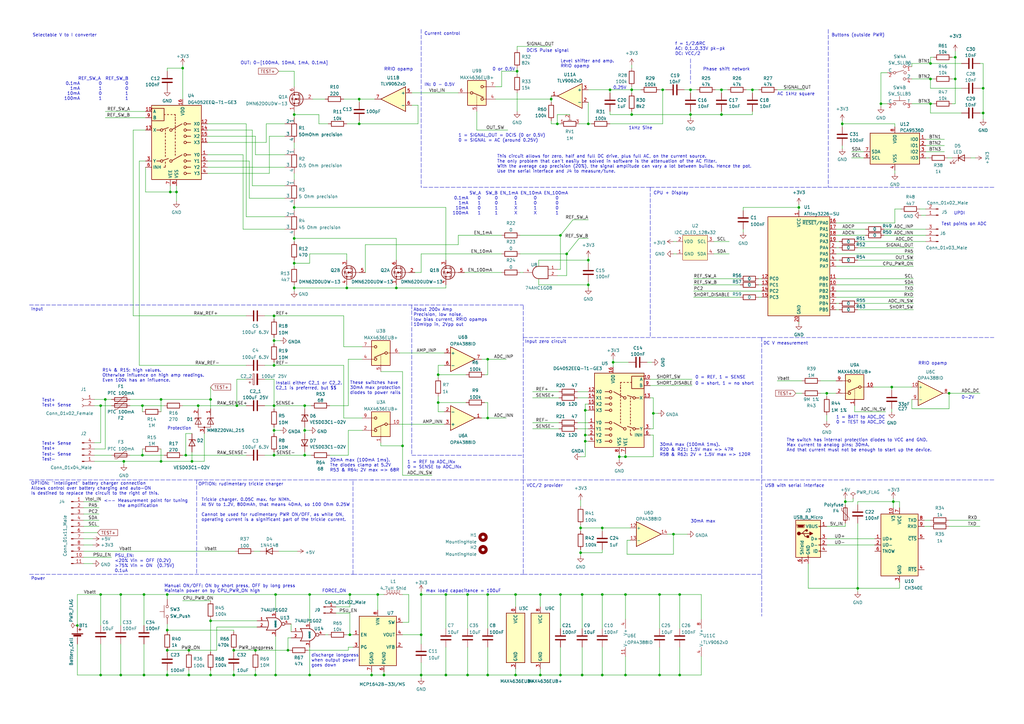
<source format=kicad_sch>
(kicad_sch (version 20211123) (generator eeschema)
  (paper "A3")
  (title_block (rev "1.1"))
  (junction (at 142.24 118.11))
  (junction (at 182.88 276.86))
  (junction (at 254 187.325))
  (junction (at 403.225 36.195))
  (junction (at 172.72 276.86))
  (junction (at 68.58 266.7))
  (junction (at 221.615 243.84))
  (junction (at 238.76 243.84))
  (junction (at 41.275 243.84))
  (junction (at 86.36 254.635))
  (junction (at 200.025 147.32))
  (junction (at 200.025 243.84))
  (junction (at 365.76 158.75))
  (junction (at 143.51 243.84))
  (junction (at 259.08 36.83))
  (junction (at 113.03 276.86))
  (junction (at 68.58 258.445))
  (junction (at 172.72 243.84))
  (junction (at 127 243.84))
  (junction (at 120.65 118.11))
  (junction (at 391.795 23.495))
  (junction (at 68.58 276.86))
  (junction (at 241.3 106.68))
  (junction (at 124.968 176.53))
  (junction (at 172.72 260.35))
  (junction (at 120.65 46.99))
  (junction (at 232.41 104.14))
  (junction (at 72.39 78.74))
  (junction (at 381.635 32.385))
  (junction (at 251.46 148.59))
  (junction (at 154.94 243.84))
  (junction (at 49.53 243.84))
  (junction (at 78.74 189.23))
  (junction (at 77.47 276.86))
  (junction (at 389.255 161.29))
  (junction (at 191.77 276.86))
  (junction (at 112.395 139.7))
  (junction (at 229.87 243.84))
  (junction (at 97.155 166.37))
  (junction (at 66.04 189.23))
  (junction (at 118.11 266.7))
  (junction (at 247.015 276.86))
  (junction (at 31.75 256.54))
  (junction (at 147.32 40.64))
  (junction (at 278.765 276.86))
  (junction (at 43.18 163.83))
  (junction (at 191.77 243.84))
  (junction (at 165.1 182.88))
  (junction (at 59.055 243.84))
  (junction (at 283.21 36.83))
  (junction (at 41.275 166.37))
  (junction (at 240.03 168.275))
  (junction (at 247.015 216.535))
  (junction (at 212.09 29.21))
  (junction (at 86.36 163.83))
  (junction (at 179.705 153.67))
  (junction (at 366.395 205.74))
  (junction (at 69.85 78.74))
  (junction (at 361.315 42.545))
  (junction (at 381.635 26.035))
  (junction (at 200.025 171.45))
  (junction (at 58.42 186.69))
  (junction (at 346.71 205.74))
  (junction (at 403.225 46.355))
  (junction (at 86.36 276.86))
  (junction (at 95.885 276.86))
  (junction (at 112.395 176.53))
  (junction (at 345.44 50.8))
  (junction (at 238.76 276.86))
  (junction (at 240.03 180.975))
  (junction (at 247.015 243.84))
  (junction (at 68.58 243.84))
  (junction (at 241.3 116.84))
  (junction (at 351.79 241.3))
  (junction (at 104.775 266.7))
  (junction (at 124.968 166.37))
  (junction (at 256.54 276.86))
  (junction (at 58.42 166.37))
  (junction (at 113.03 243.84))
  (junction (at 211.455 276.86))
  (junction (at 59.055 276.86))
  (junction (at 283.21 46.99))
  (junction (at 238.125 216.535))
  (junction (at 81.28 166.37))
  (junction (at 120.65 97.79))
  (junction (at 112.395 166.37))
  (junction (at 211.455 243.84))
  (junction (at 228.6 50.8))
  (junction (at 112.395 186.69))
  (junction (at 124.968 186.69))
  (junction (at 339.09 161.29))
  (junction (at 162.56 118.11))
  (junction (at 147.32 50.8))
  (junction (at 271.78 36.83))
  (junction (at 256.54 243.84))
  (junction (at 41.275 276.86))
  (junction (at 112.395 149.86))
  (junction (at 276.225 219.075))
  (junction (at 50.8 189.23))
  (junction (at 182.88 243.84))
  (junction (at 157.48 276.86))
  (junction (at 381.635 42.545))
  (junction (at 221.615 276.86))
  (junction (at 295.91 46.99))
  (junction (at 77.47 266.7))
  (junction (at 256.54 187.325))
  (junction (at 241.3 50.8))
  (junction (at 127 276.86))
  (junction (at 391.795 32.385))
  (junction (at 104.775 276.86))
  (junction (at 308.61 36.83))
  (junction (at 95.885 266.7))
  (junction (at 49.53 276.86))
  (junction (at 259.08 46.99))
  (junction (at 327.66 85.09))
  (junction (at 152.4 276.86))
  (junction (at 76.2 186.69))
  (junction (at 143.51 260.35))
  (junction (at 295.91 36.83))
  (junction (at 270.51 276.86))
  (junction (at 238.125 226.695))
  (junction (at 270.51 243.84))
  (junction (at 179.705 165.1))
  (junction (at 229.87 276.86))
  (junction (at 267.97 169.545))
  (junction (at 74.93 27.94))
  (junction (at 200.025 276.86))
  (junction (at 120.65 107.95))
  (junction (at 66.04 163.83))
  (junction (at 240.03 178.435))
  (junction (at 229.87 96.52))
  (junction (at 278.765 243.84))
  (junction (at 226.06 40.64))
  (junction (at 112.395 129.54))
  (junction (at 250.19 36.83))
  (junction (at 120.65 85.09))
  (wire (pts (xy 182.88 116.84) (xy 182.88 118.11)))
  (wire (pts (xy 212.09 27.94) (xy 212.09 29.21)))
  (wire (pts (xy 154.94 243.84) (xy 157.48 243.84)))
  (polyline (pts (xy 214.63 192.405) (xy 214.63 138.43)))
  (wire (pts (xy 327.66 132.08) (xy 327.66 132.715)))
  (wire (pts (xy 280.67 36.83) (xy 283.21 36.83)))
  (wire (pts (xy 77.47 276.86) (xy 86.36 276.86)))
  (wire (pts (xy 283.21 45.72) (xy 283.21 46.99)))
  (wire (pts (xy 232.41 113.03) (xy 228.6 113.03)))
  (wire (pts (xy 108.585 149.86) (xy 112.395 149.86)))
  (wire (pts (xy 31.75 243.84) (xy 41.275 243.84)))
  (wire (pts (xy 238.125 187.325) (xy 240.03 187.325)))
  (wire (pts (xy 236.855 175.895) (xy 241.3 175.895)))
  (wire (pts (xy 120.65 83.82) (xy 120.65 85.09)))
  (wire (pts (xy 74.93 166.37) (xy 81.28 166.37)))
  (wire (pts (xy 379.095 215.9) (xy 381.635 215.9)))
  (wire (pts (xy 367.03 91.44) (xy 367.03 85.725)))
  (wire (pts (xy 247.015 276.86) (xy 247.015 265.43)))
  (wire (pts (xy 41.275 181.61) (xy 38.735 181.61)))
  (wire (pts (xy 172.72 276.86) (xy 182.88 276.86)))
  (wire (pts (xy 240.03 178.435) (xy 240.03 180.975)))
  (wire (pts (xy 265.43 148.59) (xy 267.335 148.59)))
  (wire (pts (xy 234.95 90.17) (xy 229.87 96.52)))
  (wire (pts (xy 339.09 161.29) (xy 342.9 161.29)))
  (wire (pts (xy 389.255 167.64) (xy 389.255 161.29)))
  (wire (pts (xy 34.29 226.06) (xy 96.52 226.06)))
  (wire (pts (xy 34.29 210.82) (xy 40.64 210.82)))
  (polyline (pts (xy 144.78 196.85) (xy 214.63 196.85)))
  (wire (pts (xy 339.09 223.52) (xy 358.775 223.52)))
  (wire (pts (xy 267.97 178.435) (xy 267.97 187.325)))
  (wire (pts (xy 344.17 127) (xy 342.9 127)))
  (wire (pts (xy 108.585 166.37) (xy 112.395 166.37)))
  (wire (pts (xy 59.055 276.86) (xy 68.58 276.86)))
  (wire (pts (xy 182.88 243.84) (xy 191.77 243.84)))
  (wire (pts (xy 361.315 29.845) (xy 361.315 42.545)))
  (wire (pts (xy 238.76 265.43) (xy 238.76 276.86)))
  (wire (pts (xy 304.8 93.98) (xy 304.8 95.25)))
  (wire (pts (xy 200.025 147.32) (xy 197.485 147.32)))
  (wire (pts (xy 59.69 66.04) (xy 57.15 66.04)))
  (wire (pts (xy 379.095 213.36) (xy 381.635 213.36)))
  (wire (pts (xy 105.41 254.635) (xy 86.36 254.635)))
  (wire (pts (xy 112.395 166.37) (xy 112.395 167.64)))
  (wire (pts (xy 142.875 186.69) (xy 135.255 186.69)))
  (wire (pts (xy 391.795 42.545) (xy 391.795 32.385)))
  (wire (pts (xy 142.24 118.11) (xy 162.56 118.11)))
  (wire (pts (xy 41.275 166.37) (xy 41.275 181.61)))
  (wire (pts (xy 152.4 276.86) (xy 152.4 275.59)))
  (wire (pts (xy 137.795 248.92) (xy 143.51 248.92)))
  (wire (pts (xy 49.53 243.84) (xy 59.055 243.84)))
  (wire (pts (xy 86.36 163.83) (xy 86.36 167.64)))
  (wire (pts (xy 256.54 243.84) (xy 270.51 243.84)))
  (wire (pts (xy 66.04 184.15) (xy 66.04 189.23)))
  (wire (pts (xy 50.8 189.23) (xy 66.04 189.23)))
  (polyline (pts (xy 266.7 76.835) (xy 172.72 76.835)))
  (wire (pts (xy 49.53 276.86) (xy 59.055 276.86)))
  (wire (pts (xy 200.025 276.86) (xy 200.025 265.43)))
  (wire (pts (xy 218.44 160.655) (xy 229.235 160.655)))
  (wire (pts (xy 271.78 50.8) (xy 250.19 50.8)))
  (wire (pts (xy 38.735 186.69) (xy 45.72 186.69)))
  (wire (pts (xy 112.395 186.69) (xy 112.395 185.42)))
  (wire (pts (xy 171.45 50.8) (xy 171.45 43.18)))
  (wire (pts (xy 292.735 104.14) (xy 299.085 104.14)))
  (wire (pts (xy 327.66 85.09) (xy 327.66 86.36)))
  (wire (pts (xy 339.09 220.98) (xy 358.775 220.98)))
  (wire (pts (xy 187.96 100.33) (xy 149.86 100.33)))
  (wire (pts (xy 336.55 161.29) (xy 339.09 161.29)))
  (wire (pts (xy 212.09 19.05) (xy 226.06 19.05)))
  (wire (pts (xy 220.98 106.68) (xy 220.98 109.22)))
  (wire (pts (xy 283.21 46.99) (xy 259.08 46.99)))
  (wire (pts (xy 266.7 163.195) (xy 267.97 163.195)))
  (wire (pts (xy 74.93 26.67) (xy 74.93 27.94)))
  (wire (pts (xy 349.885 205.74) (xy 349.885 204.47)))
  (wire (pts (xy 59.055 243.84) (xy 68.58 243.84)))
  (wire (pts (xy 361.315 42.545) (xy 363.855 42.545)))
  (wire (pts (xy 59.69 53.34) (xy 54.61 53.34)))
  (wire (pts (xy 85.09 68.58) (xy 116.84 68.58)))
  (wire (pts (xy 140.97 171.45) (xy 148.59 171.45)))
  (polyline (pts (xy 81.28 196.85) (xy 20.32 196.85)))
  (wire (pts (xy 259.08 26.67) (xy 259.08 27.94)))
  (wire (pts (xy 182.88 106.68) (xy 182.88 85.09)))
  (wire (pts (xy 81.28 166.37) (xy 97.155 166.37)))
  (wire (pts (xy 284.48 119.38) (xy 312.42 119.38)))
  (wire (pts (xy 346.71 205.74) (xy 349.885 205.74)))
  (wire (pts (xy 72.39 76.2) (xy 72.39 78.74)))
  (wire (pts (xy 240.03 178.435) (xy 241.3 178.435)))
  (wire (pts (xy 379.73 59.69) (xy 387.35 59.69)))
  (wire (pts (xy 351.79 106.68) (xy 374.65 106.68)))
  (wire (pts (xy 72.39 78.74) (xy 69.85 78.74)))
  (wire (pts (xy 86.36 254.635) (xy 86.36 267.335)))
  (wire (pts (xy 112.395 166.37) (xy 124.968 166.37)))
  (wire (pts (xy 390.525 32.385) (xy 391.795 32.385)))
  (wire (pts (xy 85.09 58.42) (xy 109.22 58.42)))
  (wire (pts (xy 229.87 243.84) (xy 229.87 257.81)))
  (wire (pts (xy 241.3 50.8) (xy 242.57 50.8)))
  (wire (pts (xy 157.48 276.86) (xy 172.72 276.86)))
  (wire (pts (xy 109.22 50.8) (xy 116.84 50.8)))
  (wire (pts (xy 43.18 163.83) (xy 45.72 163.83)))
  (wire (pts (xy 142.875 147.32) (xy 148.59 147.32)))
  (wire (pts (xy 112.395 149.86) (xy 140.97 149.86)))
  (wire (pts (xy 76.2 186.69) (xy 100.965 186.69)))
  (wire (pts (xy 195.58 45.72) (xy 195.58 53.34)))
  (wire (pts (xy 256.54 269.24) (xy 256.54 276.86)))
  (polyline (pts (xy 12.065 235.585) (xy 73.025 235.585)))
  (wire (pts (xy 95.885 258.445) (xy 95.885 259.08)))
  (wire (pts (xy 104.775 274.955) (xy 104.775 276.86)))
  (wire (pts (xy 143.51 243.84) (xy 154.94 243.84)))
  (wire (pts (xy 191.77 257.81) (xy 191.77 243.84)))
  (wire (pts (xy 179.705 153.67) (xy 179.705 154.94)))
  (wire (pts (xy 374.65 127) (xy 351.79 127)))
  (wire (pts (xy 142.875 166.37) (xy 142.875 147.32)))
  (wire (pts (xy 142.24 118.11) (xy 120.65 118.11)))
  (wire (pts (xy 278.765 243.84) (xy 278.765 257.81)))
  (wire (pts (xy 120.65 46.99) (xy 120.65 48.26)))
  (wire (pts (xy 172.72 276.86) (xy 172.72 271.78)))
  (wire (pts (xy 110.49 71.12) (xy 110.49 55.88)))
  (wire (pts (xy 112.395 139.7) (xy 112.395 140.97)))
  (wire (pts (xy 104.775 266.7) (xy 118.11 266.7)))
  (wire (pts (xy 374.015 163.83) (xy 374.015 167.64)))
  (polyline (pts (xy 12.065 125.095) (xy 214.63 125.095)))
  (wire (pts (xy 390.525 42.545) (xy 391.795 42.545)))
  (wire (pts (xy 59.69 45.72) (xy 43.18 45.72)))
  (wire (pts (xy 147.32 50.8) (xy 147.32 49.53)))
  (wire (pts (xy 270.51 265.43) (xy 270.51 276.86)))
  (wire (pts (xy 68.58 266.7) (xy 77.47 266.7)))
  (wire (pts (xy 379.73 64.77) (xy 381 64.77)))
  (wire (pts (xy 102.235 66.04) (xy 85.09 66.04)))
  (wire (pts (xy 135.255 166.37) (xy 142.875 166.37)))
  (polyline (pts (xy 214.63 138.43) (xy 312.42 138.43)))
  (wire (pts (xy 143.51 251.46) (xy 143.51 260.35)))
  (wire (pts (xy 108.585 129.54) (xy 112.395 129.54)))
  (wire (pts (xy 127.635 186.69) (xy 124.968 186.69)))
  (wire (pts (xy 165.1 255.27) (xy 167.64 255.27)))
  (wire (pts (xy 287.655 243.84) (xy 287.655 254)))
  (wire (pts (xy 120.65 45.72) (xy 120.65 46.99)))
  (wire (pts (xy 365.76 158.75) (xy 365.76 160.02)))
  (wire (pts (xy 74.93 27.94) (xy 68.58 27.94)))
  (wire (pts (xy 54.61 53.34) (xy 54.61 129.54)))
  (wire (pts (xy 331.47 231.14) (xy 331.47 241.3)))
  (wire (pts (xy 304.8 85.09) (xy 304.8 86.36)))
  (wire (pts (xy 99.695 63.5) (xy 85.09 63.5)))
  (wire (pts (xy 212.09 20.32) (xy 212.09 19.05)))
  (wire (pts (xy 220.98 106.68) (xy 241.3 106.68)))
  (wire (pts (xy 86.36 276.86) (xy 95.885 276.86)))
  (wire (pts (xy 345.44 59.69) (xy 345.44 60.96)))
  (wire (pts (xy 308.61 36.83) (xy 311.15 36.83)))
  (wire (pts (xy 287.655 276.86) (xy 278.765 276.86)))
  (wire (pts (xy 120.65 29.21) (xy 120.65 35.56)))
  (wire (pts (xy 271.78 36.83) (xy 273.05 36.83)))
  (wire (pts (xy 221.615 274.32) (xy 221.615 276.86)))
  (wire (pts (xy 365.76 158.75) (xy 374.015 158.75)))
  (wire (pts (xy 229.87 276.86) (xy 229.87 265.43)))
  (wire (pts (xy 112.395 129.54) (xy 112.395 130.81)))
  (wire (pts (xy 362.585 96.52) (xy 379.73 96.52)))
  (wire (pts (xy 240.03 165.735) (xy 240.03 168.275)))
  (wire (pts (xy 127 276.86) (xy 152.4 276.86)))
  (wire (pts (xy 351.79 214.63) (xy 351.79 241.3)))
  (wire (pts (xy 41.275 264.16) (xy 41.275 276.86)))
  (polyline (pts (xy 144.78 235.585) (xy 144.78 196.85)))
  (wire (pts (xy 200.025 243.84) (xy 211.455 243.84)))
  (wire (pts (xy 381.635 46.355) (xy 381.635 42.545)))
  (wire (pts (xy 367.03 69.85) (xy 367.03 71.12)))
  (polyline (pts (xy 312.42 138.43) (xy 407.67 138.43)))
  (wire (pts (xy 368.935 238.76) (xy 368.935 241.3)))
  (wire (pts (xy 276.225 219.075) (xy 281.94 219.075)))
  (wire (pts (xy 247.015 217.805) (xy 247.015 216.535)))
  (wire (pts (xy 182.245 168.91) (xy 179.705 168.91)))
  (wire (pts (xy 172.72 243.84) (xy 182.88 243.84)))
  (wire (pts (xy 68.58 243.84) (xy 68.58 245.745)))
  (wire (pts (xy 205.74 29.21) (xy 212.09 29.21)))
  (wire (pts (xy 95.885 274.955) (xy 95.885 276.86)))
  (wire (pts (xy 284.48 114.3) (xy 303.53 114.3)))
  (wire (pts (xy 120.65 118.11) (xy 120.65 116.84)))
  (wire (pts (xy 308.61 46.99) (xy 308.61 45.72)))
  (wire (pts (xy 270.51 243.84) (xy 278.765 243.84)))
  (wire (pts (xy 97.155 155.575) (xy 97.155 166.37)))
  (wire (pts (xy 389.255 213.36) (xy 401.955 213.36)))
  (wire (pts (xy 339.09 170.18) (xy 339.09 172.72)))
  (wire (pts (xy 68.58 258.445) (xy 95.885 258.445)))
  (wire (pts (xy 142.875 176.53) (xy 148.59 176.53)))
  (wire (pts (xy 292.735 99.06) (xy 299.085 99.06)))
  (wire (pts (xy 126.365 266.7) (xy 142.875 266.7)))
  (wire (pts (xy 266.7 155.575) (xy 283.845 155.575)))
  (wire (pts (xy 38.735 184.15) (xy 43.18 184.15)))
  (wire (pts (xy 342.9 101.6) (xy 344.17 101.6)))
  (wire (pts (xy 113.03 276.86) (xy 127 276.86)))
  (wire (pts (xy 308.61 36.83) (xy 308.61 38.1)))
  (wire (pts (xy 241.3 41.91) (xy 241.3 50.8)))
  (wire (pts (xy 124.968 186.69) (xy 112.395 186.69)))
  (wire (pts (xy 212.09 29.21) (xy 212.09 30.48)))
  (wire (pts (xy 172.72 104.14) (xy 205.74 104.14)))
  (wire (pts (xy 241.3 115.57) (xy 241.3 116.84)))
  (wire (pts (xy 256.54 276.86) (xy 247.015 276.86)))
  (wire (pts (xy 120.65 107.95) (xy 120.65 109.22)))
  (wire (pts (xy 256.54 243.84) (xy 256.54 254)))
  (wire (pts (xy 95.885 276.86) (xy 104.775 276.86)))
  (wire (pts (xy 72.39 78.74) (xy 72.39 82.55)))
  (wire (pts (xy 142.24 50.8) (xy 147.32 50.8)))
  (wire (pts (xy 251.46 148.59) (xy 251.46 150.495)))
  (wire (pts (xy 120.65 29.21) (xy 114.3 29.21)))
  (polyline (pts (xy 214.63 235.585) (xy 312.42 235.585)))
  (wire (pts (xy 241.3 116.84) (xy 220.98 116.84)))
  (wire (pts (xy 295.91 36.83) (xy 298.45 36.83)))
  (wire (pts (xy 195.58 53.34) (xy 208.28 53.34)))
  (wire (pts (xy 179.705 168.91) (xy 179.705 165.1)))
  (wire (pts (xy 66.04 189.23) (xy 78.74 189.23)))
  (wire (pts (xy 266.7 158.115) (xy 283.845 158.115)))
  (wire (pts (xy 349.25 62.23) (xy 354.33 62.23)))
  (wire (pts (xy 374.015 26.035) (xy 381.635 26.035)))
  (wire (pts (xy 237.49 97.79) (xy 241.3 97.79)))
  (wire (pts (xy 381.635 23.495) (xy 381.635 26.035)))
  (wire (pts (xy 120.65 96.52) (xy 120.65 97.79)))
  (polyline (pts (xy 144.78 196.85) (xy 81.28 196.85)))
  (wire (pts (xy 374.015 42.545) (xy 381.635 42.545)))
  (wire (pts (xy 351.79 101.6) (xy 374.65 101.6)))
  (wire (pts (xy 163.83 173.99) (xy 182.245 173.99)))
  (wire (pts (xy 112.395 176.53) (xy 114.935 176.53)))
  (wire (pts (xy 198.755 165.1) (xy 200.025 165.1)))
  (wire (pts (xy 240.03 168.275) (xy 241.3 168.275)))
  (wire (pts (xy 295.91 45.72) (xy 295.91 46.99)))
  (wire (pts (xy 127 243.84) (xy 143.51 243.84)))
  (wire (pts (xy 342.9 96.52) (xy 354.965 96.52)))
  (wire (pts (xy 124.968 176.53) (xy 124.968 177.8)))
  (wire (pts (xy 69.85 78.74) (xy 69.85 76.2)))
  (wire (pts (xy 95.885 267.335) (xy 95.885 266.7)))
  (wire (pts (xy 142.875 176.53) (xy 142.875 186.69)))
  (wire (pts (xy 112.395 139.7) (xy 114.935 139.7)))
  (wire (pts (xy 104.14 226.06) (xy 106.68 226.06)))
  (wire (pts (xy 377.19 85.725) (xy 379.73 85.725)))
  (polyline (pts (xy 80.645 196.85) (xy 80.645 235.585)))
  (polyline (pts (xy 172.72 12.065) (xy 172.72 76.835)))
  (wire (pts (xy 58.42 184.15) (xy 58.42 186.69)))
  (wire (pts (xy 118.11 261.62) (xy 119.38 261.62)))
  (wire (pts (xy 285.75 36.83) (xy 283.21 36.83)))
  (wire (pts (xy 34.29 231.14) (xy 38.1 231.14)))
  (wire (pts (xy 350.52 168.91) (xy 363.22 168.91)))
  (wire (pts (xy 229.87 243.84) (xy 238.76 243.84)))
  (wire (pts (xy 350.52 168.91) (xy 350.52 166.37)))
  (wire (pts (xy 34.29 215.9) (xy 40.64 215.9)))
  (wire (pts (xy 311.15 121.92) (xy 312.42 121.92)))
  (wire (pts (xy 104.775 276.86) (xy 113.03 276.86)))
  (wire (pts (xy 266.7 178.435) (xy 267.97 178.435)))
  (wire (pts (xy 170.18 111.76) (xy 172.72 111.76)))
  (wire (pts (xy 100.965 50.8) (xy 100.965 88.9)))
  (wire (pts (xy 267.97 169.545) (xy 269.875 169.545)))
  (wire (pts (xy 203.2 35.56) (xy 205.74 35.56)))
  (wire (pts (xy 66.04 163.83) (xy 86.36 163.83)))
  (wire (pts (xy 154.94 250.19) (xy 154.94 243.84)))
  (wire (pts (xy 342.9 93.98) (xy 354.965 93.98)))
  (wire (pts (xy 237.49 50.8) (xy 241.3 50.8)))
  (wire (pts (xy 59.69 48.26) (xy 43.18 48.26)))
  (wire (pts (xy 120.65 71.12) (xy 120.65 73.66)))
  (wire (pts (xy 342.9 91.44) (xy 367.03 91.44)))
  (wire (pts (xy 112.395 175.26) (xy 112.395 176.53)))
  (wire (pts (xy 103.505 53.34) (xy 85.09 53.34)))
  (wire (pts (xy 346.71 205.74) (xy 346.71 207.01)))
  (wire (pts (xy 211.455 243.84) (xy 221.615 243.84)))
  (wire (pts (xy 114.3 226.06) (xy 121.92 226.06)))
  (polyline (pts (xy 339.725 76.835) (xy 407.67 76.835)))
  (wire (pts (xy 126.873 176.53) (xy 124.968 176.53)))
  (polyline (pts (xy 339.725 12.065) (xy 339.725 76.835)))
  (wire (pts (xy 172.72 242.57) (xy 172.72 243.84)))
  (wire (pts (xy 53.34 163.83) (xy 66.04 163.83)))
  (wire (pts (xy 351.79 241.3) (xy 368.935 241.3)))
  (wire (pts (xy 113.03 260.985) (xy 113.03 276.86)))
  (wire (pts (xy 124.968 166.37) (xy 124.968 167.64)))
  (wire (pts (xy 226.06 49.53) (xy 226.06 50.8)))
  (wire (pts (xy 349.25 64.77) (xy 354.33 64.77)))
  (wire (pts (xy 403.225 26.035) (xy 403.225 36.195)))
  (wire (pts (xy 104.775 63.5) (xy 104.775 55.88)))
  (wire (pts (xy 59.055 243.84) (xy 59.055 256.54)))
  (wire (pts (xy 34.29 228.6) (xy 45.72 228.6)))
  (wire (pts (xy 259.08 35.56) (xy 259.08 36.83)))
  (wire (pts (xy 327.66 83.82) (xy 327.66 85.09)))
  (wire (pts (xy 182.245 149.86) (xy 179.705 149.86)))
  (wire (pts (xy 191.135 165.1) (xy 179.705 165.1)))
  (wire (pts (xy 374.015 26.035) (xy 374.015 27.305)))
  (wire (pts (xy 59.69 68.58) (xy 59.69 78.74)))
  (wire (pts (xy 120.65 118.11) (xy 120.65 119.38)))
  (wire (pts (xy 241.3 116.84) (xy 241.3 118.11)))
  (wire (pts (xy 327.66 85.09) (xy 304.8 85.09)))
  (wire (pts (xy 95.885 266.7) (xy 104.775 266.7)))
  (wire (pts (xy 232.41 104.14) (xy 232.41 113.03)))
  (wire (pts (xy 381.635 23.495) (xy 382.905 23.495)))
  (wire (pts (xy 205.74 96.52) (xy 187.96 96.52)))
  (wire (pts (xy 127 265.43) (xy 127 276.86)))
  (wire (pts (xy 229.87 110.49) (xy 229.87 96.52)))
  (polyline (pts (xy 266.7 76.835) (xy 339.725 76.835)))
  (wire (pts (xy 163.83 144.78) (xy 182.245 144.78)))
  (wire (pts (xy 68.58 276.86) (xy 77.47 276.86)))
  (wire (pts (xy 57.15 149.86) (xy 100.965 149.86)))
  (wire (pts (xy 284.48 116.84) (xy 303.53 116.84)))
  (wire (pts (xy 142.875 265.43) (xy 144.78 265.43)))
  (wire (pts (xy 167.64 243.84) (xy 165.1 243.84)))
  (wire (pts (xy 140.97 149.86) (xy 140.97 171.45)))
  (wire (pts (xy 112.395 148.59) (xy 112.395 149.86)))
  (wire (pts (xy 367.03 85.725) (xy 369.57 85.725)))
  (wire (pts (xy 112.395 155.575) (xy 112.395 166.37)))
  (wire (pts (xy 247.015 226.695) (xy 247.015 225.425)))
  (wire (pts (xy 108.585 155.575) (xy 112.395 155.575)))
  (wire (pts (xy 339.09 161.29) (xy 339.09 162.56)))
  (wire (pts (xy 165.1 194.945) (xy 177.165 194.945)))
  (wire (pts (xy 237.49 97.79) (xy 232.41 104.14)))
  (wire (pts (xy 182.88 276.86) (xy 191.77 276.86)))
  (wire (pts (xy 218.44 163.195) (xy 229.235 163.195)))
  (wire (pts (xy 77.47 274.955) (xy 77.47 276.86)))
  (wire (pts (xy 140.97 142.24) (xy 148.59 142.24)))
  (wire (pts (xy 157.48 276.86) (xy 157.48 275.59)))
  (wire (pts (xy 78.74 177.8) (xy 76.2 177.8)))
  (wire (pts (xy 120.65 97.79) (xy 120.65 99.06)))
  (wire (pts (xy 68.58 243.84) (xy 113.03 243.84)))
  (wire (pts (xy 124.968 166.37) (xy 127.635 166.37)))
  (wire (pts (xy 104.775 55.88) (xy 85.09 55.88)))
  (wire (pts (xy 391.795 23.495) (xy 391.795 32.385)))
  (wire (pts (xy 251.46 148.59) (xy 257.81 148.59)))
  (wire (pts (xy 124.968 176.53) (xy 124.968 175.26)))
  (wire (pts (xy 88.9 257.175) (xy 105.41 257.175)))
  (wire (pts (xy 134.62 50.8) (xy 130.81 50.8)))
  (wire (pts (xy 38.735 163.83) (xy 43.18 163.83)))
  (wire (pts (xy 85.09 71.12) (xy 110.49 71.12)))
  (wire (pts (xy 97.155 166.37) (xy 100.965 166.37)))
  (wire (pts (xy 342.9 106.68) (xy 344.17 106.68)))
  (wire (pts (xy 361.315 42.545) (xy 361.315 43.815)))
  (wire (pts (xy 130.81 50.8) (xy 130.81 46.99)))
  (wire (pts (xy 240.03 168.275) (xy 240.03 178.435)))
  (polyline (pts (xy 312.42 192.405) (xy 312.42 252.73)))
  (wire (pts (xy 391.795 20.955) (xy 391.795 23.495)))
  (wire (pts (xy 213.36 96.52) (xy 229.87 96.52)))
  (wire (pts (xy 68.58 258.445) (xy 68.58 255.905)))
  (wire (pts (xy 182.88 85.09) (xy 120.65 85.09)))
  (wire (pts (xy 112.395 138.43) (xy 112.395 139.7)))
  (wire (pts (xy 229.87 276.86) (xy 238.76 276.86)))
  (wire (pts (xy 112.395 129.54) (xy 140.97 129.54)))
  (wire (pts (xy 191.77 276.86) (xy 200.025 276.86)))
  (wire (pts (xy 238.76 257.81) (xy 238.76 243.84)))
  (wire (pts (xy 236.855 160.655) (xy 241.3 160.655)))
  (wire (pts (xy 86.36 158.75) (xy 86.36 163.83)))
  (wire (pts (xy 342.9 99.06) (xy 344.17 99.06)))
  (wire (pts (xy 283.21 46.99) (xy 283.21 48.26)))
  (polyline (pts (xy 73.025 235.585) (xy 144.78 235.585)))
  (polyline (pts (xy 144.78 235.585) (xy 214.63 235.585)))
  (wire (pts (xy 346.71 215.9) (xy 346.71 214.63)))
  (wire (pts (xy 367.03 50.8) (xy 345.44 50.8)))
  (wire (pts (xy 351.79 205.74) (xy 366.395 205.74)))
  (wire (pts (xy 116.84 81.28) (xy 102.235 81.28)))
  (wire (pts (xy 256.54 187.325) (xy 256.54 186.055)))
  (wire (pts (xy 259.08 46.99) (xy 259.08 45.72)))
  (wire (pts (xy 113.03 243.84) (xy 113.03 250.825)))
  (wire (pts (xy 257.175 221.615) (xy 257.175 227.33)))
  (wire (pts (xy 236.855 163.195) (xy 241.3 163.195)))
  (wire (pts (xy 191.77 243.84) (xy 200.025 243.84)))
  (wire (pts (xy 254 187.325) (xy 256.54 187.325)))
  (polyline (pts (xy 214.63 138.43) (xy 214.63 125.095)))
  (wire (pts (xy 374.015 167.64) (xy 389.255 167.64)))
  (wire (pts (xy 86.36 274.955) (xy 86.36 276.86)))
  (wire (pts (xy 276.225 99.06) (xy 277.495 99.06)))
  (wire (pts (xy 241.3 106.68) (xy 241.3 107.95)))
  (polyline (pts (xy 266.7 76.835) (xy 266.7 138.43)))
  (wire (pts (xy 31.75 276.86) (xy 41.275 276.86)))
  (wire (pts (xy 318.77 156.21) (xy 328.93 156.21)))
  (wire (pts (xy 153.67 40.64) (xy 147.32 40.64)))
  (wire (pts (xy 256.54 187.325) (xy 267.97 187.325)))
  (wire (pts (xy 365.76 167.64) (xy 365.76 168.91)))
  (wire (pts (xy 112.395 176.53) (xy 112.395 177.8)))
  (wire (pts (xy 165.1 152.4) (xy 165.1 182.88)))
  (wire (pts (xy 228.6 50.8) (xy 226.06 50.8)))
  (wire (pts (xy 228.6 110.49) (xy 229.87 110.49)))
  (wire (pts (xy 336.55 156.21) (xy 342.9 156.21)))
  (wire (pts (xy 31.75 264.16) (xy 31.75 276.86)))
  (wire (pts (xy 342.9 104.14) (xy 374.65 104.14)))
  (wire (pts (xy 342.9 119.38) (xy 374.65 119.38)))
  (wire (pts (xy 171.45 43.18) (xy 168.91 43.18)))
  (wire (pts (xy 326.39 161.29) (xy 328.93 161.29)))
  (wire (pts (xy 49.53 243.84) (xy 49.53 256.54)))
  (wire (pts (xy 351.79 241.3) (xy 351.79 242.57)))
  (wire (pts (xy 143.51 260.35) (xy 144.78 260.35)))
  (wire (pts (xy 118.11 261.62) (xy 118.11 266.7)))
  (wire (pts (xy 220.98 114.3) (xy 220.98 116.84)))
  (wire (pts (xy 116.84 76.2) (xy 103.505 76.2)))
  (wire (pts (xy 167.64 255.27) (xy 167.64 243.84)))
  (wire (pts (xy 403.225 46.355) (xy 401.955 46.355)))
  (wire (pts (xy 218.44 173.355) (xy 229.235 173.355)))
  (wire (pts (xy 59.69 78.74) (xy 69.85 78.74)))
  (wire (pts (xy 381.635 42.545) (xy 382.905 42.545)))
  (wire (pts (xy 381.635 26.035) (xy 394.335 26.035)))
  (wire (pts (xy 213.36 104.14) (xy 232.41 104.14)))
  (wire (pts (xy 152.4 276.86) (xy 157.48 276.86)))
  (wire (pts (xy 238.125 226.695) (xy 247.015 226.695)))
  (wire (pts (xy 366.395 205.74) (xy 368.935 205.74)))
  (wire (pts (xy 190.5 111.76) (xy 205.74 111.76)))
  (wire (pts (xy 74.93 27.94) (xy 74.93 40.64)))
  (wire (pts (xy 403.225 46.355) (xy 403.225 48.895)))
  (wire (pts (xy 142.24 260.35) (xy 143.51 260.35)))
  (wire (pts (xy 362.585 93.98) (xy 379.73 93.98)))
  (wire (pts (xy 120.65 85.09) (xy 120.65 86.36)))
  (wire (pts (xy 53.34 166.37) (xy 58.42 166.37)))
  (wire (pts (xy 368.935 205.74) (xy 368.935 208.28)))
  (wire (pts (xy 403.225 36.195) (xy 403.225 46.355)))
  (wire (pts (xy 187.96 96.52) (xy 187.96 100.33)))
  (wire (pts (xy 127 104.14) (xy 127 107.95)))
  (wire (pts (xy 226.06 39.37) (xy 226.06 40.64)))
  (wire (pts (xy 238.125 215.265) (xy 238.125 216.535)))
  (wire (pts (xy 50.8 189.23) (xy 50.8 190.5)))
  (wire (pts (xy 127 107.95) (xy 120.65 107.95)))
  (wire (pts (xy 100.965 155.575) (xy 97.155 155.575)))
  (wire (pts (xy 358.14 158.75) (xy 365.76 158.75)))
  (wire (pts (xy 221.615 243.84) (xy 229.87 243.84)))
  (wire (pts (xy 116.84 63.5) (xy 104.775 63.5)))
  (wire (pts (xy 130.81 46.99) (xy 120.65 46.99)))
  (wire (pts (xy 43.18 184.15) (xy 43.18 163.83)))
  (wire (pts (xy 218.44 175.895) (xy 229.235 175.895)))
  (wire (pts (xy 318.77 36.83) (xy 330.2 36.83)))
  (wire (pts (xy 86.36 254) (xy 86.36 254.635)))
  (wire (pts (xy 276.225 104.14) (xy 277.495 104.14)))
  (wire (pts (xy 342.9 124.46) (xy 344.17 124.46)))
  (wire (pts (xy 110.49 55.88) (xy 116.84 55.88)))
  (wire (pts (xy 345.44 49.53) (xy 345.44 50.8)))
  (wire (pts (xy 147.32 40.64) (xy 140.97 40.64)))
  (wire (pts (xy 203.2 40.64) (xy 226.06 40.64)))
  (wire (pts (xy 172.72 260.35) (xy 172.72 264.16)))
  (wire (pts (xy 256.54 276.86) (xy 270.51 276.86)))
  (wire (pts (xy 59.055 264.16) (xy 59.055 276.86)))
  (wire (pts (xy 41.275 243.84) (xy 49.53 243.84)))
  (wire (pts (xy 38.735 189.23) (xy 50.8 189.23)))
  (wire (pts (xy 66.04 163.83) (xy 66.04 168.91)))
  (wire (pts (xy 68.58 274.955) (xy 68.58 276.86)))
  (wire (pts (xy 250.19 38.1) (xy 250.19 36.83)))
  (wire (pts (xy 172.72 276.86) (xy 172.72 278.13)))
  (wire (pts (xy 270.51 276.86) (xy 278.765 276.86)))
  (wire (pts (xy 238.125 205.105) (xy 238.125 207.645)))
  (wire (pts (xy 271.78 36.83) (xy 271.78 50.8)))
  (wire (pts (xy 200.025 147.32) (xy 207.645 147.32)))
  (wire (pts (xy 76.2 177.8) (xy 76.2 186.69)))
  (wire (pts (xy 179.705 149.86) (xy 179.705 153.67)))
  (wire (pts (xy 200.025 171.45) (xy 197.485 171.45)))
  (wire (pts (xy 78.74 189.23) (xy 83.82 189.23)))
  (wire (pts (xy 311.15 114.3) (xy 312.42 114.3)))
  (wire (pts (xy 191.135 153.67) (xy 179.705 153.67)))
  (wire (pts (xy 179.705 165.1) (xy 179.705 162.56)))
  (wire (pts (xy 401.955 26.035) (xy 403.225 26.035)))
  (wire (pts (xy 394.335 36.195) (xy 381.635 36.195)))
  (wire (pts (xy 58.42 186.69) (xy 67.31 186.69)))
  (wire (pts (xy 241.3 36.83) (xy 250.19 36.83)))
  (wire (pts (xy 109.22 58.42) (xy 109.22 50.8)))
  (polyline (pts (xy 152.4 196.85) (xy 153.035 196.85)))
  (wire (pts (xy 250.19 36.83) (xy 259.08 36.83)))
  (wire (pts (xy 259.08 46.99) (xy 250.19 46.99)))
  (wire (pts (xy 258.445 221.615) (xy 257.175 221.615)))
  (wire (pts (xy 143.51 248.92) (xy 143.51 243.84)))
  (wire (pts (xy 156.21 182.88) (xy 156.21 181.61)))
  (wire (pts (xy 259.08 36.83) (xy 259.08 38.1)))
  (wire (pts (xy 99.695 93.98) (xy 99.695 63.5)))
  (wire (pts (xy 247.015 243.84) (xy 247.015 257.81)))
  (wire (pts (xy 78.74 185.42) (xy 78.74 189.23)))
  (wire (pts (xy 236.855 173.355) (xy 241.3 173.355)))
  (wire (pts (xy 266.7 175.895) (xy 267.97 175.895)))
  (wire (pts (xy 205.74 35.56) (xy 205.74 29.21)))
  (wire (pts (xy 257.175 227.33) (xy 276.225 227.33)))
  (wire (pts (xy 41.275 276.86) (xy 49.53 276.86)))
  (polyline (pts (xy 283.21 24.13) (xy 283.21 34.29)))
  (wire (pts (xy 124.968 185.42) (xy 124.968 186.69)))
  (wire (pts (xy 270.51 36.83) (xy 271.78 36.83)))
  (wire (pts (xy 250.19 46.99) (xy 250.19 45.72)))
  (wire (pts (xy 295.91 36.83) (xy 295.91 38.1)))
  (wire (pts (xy 241.3 105.41) (xy 241.3 106.68)))
  (wire (pts (xy 165.1 182.88) (xy 156.21 182.88)))
  (wire (pts (xy 389.255 161.29) (xy 401.955 161.29)))
  (wire (pts (xy 226.06 40.64) (xy 226.06 41.91)))
  (wire (pts (xy 211.455 274.32) (xy 211.455 276.86)))
  (wire (pts (xy 306.07 36.83) (xy 308.61 36.83)))
  (wire (pts (xy 403.225 36.195) (xy 401.955 36.195)))
  (wire (pts (xy 58.42 166.37) (xy 58.42 168.91)))
  (wire (pts (xy 394.335 46.355) (xy 381.635 46.355)))
  (wire (pts (xy 127 243.84) (xy 127 255.27)))
  (wire (pts (xy 102.235 81.28) (xy 102.235 66.04)))
  (wire (pts (xy 172.72 243.84) (xy 172.72 260.35)))
  (wire (pts (xy 311.15 116.84) (xy 312.42 116.84)))
  (wire (pts (xy 182.88 257.81) (xy 182.88 243.84)))
  (wire (pts (xy 238.76 276.86) (xy 247.015 276.86)))
  (wire (pts (xy 259.08 36.83) (xy 262.89 36.83)))
  (wire (pts (xy 147.32 40.64) (xy 147.32 41.91)))
  (wire (pts (xy 149.86 111.76) (xy 149.86 100.33)))
  (wire (pts (xy 137.795 251.46) (xy 143.51 251.46)))
  (wire (pts (xy 238.125 226.695) (xy 238.125 227.965)))
  (polyline (pts (xy 312.42 138.43) (xy 312.42 192.405)))
  (wire (pts (xy 120.65 58.42) (xy 120.65 60.96)))
  (wire (pts (xy 213.36 111.76) (xy 214.63 111.76)))
  (wire (pts (xy 339.09 215.9) (xy 346.71 215.9)))
  (wire (pts (xy 162.56 116.84) (xy 162.56 118.11)))
  (wire (pts (xy 68.58 27.94) (xy 68.58 29.21)))
  (wire (pts (xy 276.225 219.075) (xy 273.685 219.075)))
  (wire (pts (xy 295.91 46.99) (xy 308.61 46.99)))
  (wire (pts (xy 342.9 121.92) (xy 374.65 121.92)))
  (wire (pts (xy 77.47 266.7) (xy 88.9 266.7)))
  (polyline (pts (xy 12.065 196.85) (xy 20.32 196.85)))
  (wire (pts (xy 234.95 90.17) (xy 241.3 90.17)))
  (wire (pts (xy 211.455 276.86) (xy 221.615 276.86)))
  (wire (pts (xy 168.91 38.1) (xy 187.96 38.1)))
  (wire (pts (xy 68.58 258.445) (xy 68.58 259.08)))
  (wire (pts (xy 41.275 243.84) (xy 41.275 256.54)))
  (wire (pts (xy 366.395 204.47) (xy 366.395 205.74)))
  (wire (pts (xy 49.53 264.16) (xy 49.53 276.86)))
  (wire (pts (xy 172.72 104.14) (xy 172.72 111.76)))
  (wire (pts (xy 34.29 220.98) (xy 38.1 220.98)))
  (wire (pts (xy 58.42 166.37) (xy 67.31 166.37)))
  (wire (pts (xy 221.615 243.84) (xy 221.615 248.92)))
  (wire (pts (xy 240.03 165.735) (xy 241.3 165.735)))
  (wire (pts (xy 140.97 129.54) (xy 140.97 142.24)))
  (wire (pts (xy 68.58 267.335) (xy 68.58 266.7)))
  (wire (pts (xy 351.79 124.46) (xy 374.65 124.46)))
  (wire (pts (xy 211.455 243.84) (xy 211.455 248.92)))
  (wire (pts (xy 212.09 38.1) (xy 212.09 45.72)))
  (wire (pts (xy 342.9 114.3) (xy 374.65 114.3)))
  (wire (pts (xy 162.56 97.79) (xy 162.56 106.68)))
  (wire (pts (xy 53.34 186.69) (xy 58.42 186.69)))
  (wire (pts (xy 74.93 186.69) (xy 76.2 186.69)))
  (polyline (pts (xy 214.63 192.405) (xy 214.63 235.585)))
  (wire (pts (xy 345.44 50.8) (xy 345.44 52.07)))
  (wire (pts (xy 142.24 104.14) (xy 127 104.14)))
  (wire (pts (xy 198.755 153.67) (xy 200.025 153.67)))
  (wire (pts (xy 38.735 166.37) (xy 41.275 166.37)))
  (wire (pts (xy 388.62 64.77) (xy 390.525 64.77)))
  (wire (pts (xy 85.09 50.8) (xy 100.965 50.8)))
  (wire (pts (xy 119.38 255.905) (xy 119.38 259.08)))
  (wire (pts (xy 200.025 243.84) (xy 200.025 257.81)))
  (wire (pts (xy 254 186.055) (xy 254 187.325)))
  (wire (pts (xy 74.93 246.38) (xy 86.36 246.38)))
  (wire (pts (xy 156.21 152.4) (xy 165.1 152.4)))
  (wire (pts (xy 267.97 163.195) (xy 267.97 169.545)))
  (polyline (pts (xy 168.91 186.69) (xy 214.63 186.69)))
  (wire (pts (xy 162.56 118.11) (xy 182.88 118.11)))
  (wire (pts (xy 88.9 266.7) (xy 88.9 257.175)))
  (wire (pts (xy 351.79 205.74) (xy 351.79 207.01)))
  (wire (pts (xy 191.77 265.43) (xy 191.77 276.86)))
  (wire (pts (xy 120.65 97.79) (xy 162.56 97.79)))
  (wire (pts (xy 379.73 57.15) (xy 387.35 57.15)))
  (wire (pts (xy 77.47 266.7) (xy 77.47 267.335)))
  (wire (pts (xy 34.29 223.52) (xy 38.1 223.52)))
  (wire (pts (xy 363.855 29.845) (xy 361.315 29.845)))
  (wire (pts (xy 377.825 88.265) (xy 379.73 88.265)))
  (wire (pts (xy 240.03 180.975) (xy 241.3 180.975)))
  (wire (pts (xy 342.9 109.22) (xy 374.65 109.22)))
  (wire (pts (xy 54.61 129.54) (xy 100.965 129.54)))
  (wire (pts (xy 346.71 204.47) (xy 346.71 205.74)))
  (wire (pts (xy 342.9 116.84) (xy 374.65 116.84)))
  (wire (pts (xy 104.775 266.7) (xy 104.775 267.335)))
  (wire (pts (xy 251.46 147.32) (xy 251.46 148.59)))
  (wire (pts (xy 200.025 153.67) (xy 200.025 147.32)))
  (wire (pts (xy 398.145 64.77) (xy 400.05 64.77)))
  (wire (pts (xy 238.125 216.535) (xy 238.125 217.805)))
  (wire (pts (xy 247.015 216.535) (xy 238.125 216.535)))
  (wire (pts (xy 270.51 257.81) (xy 270.51 243.84)))
  (wire (pts (xy 182.88 265.43) (xy 182.88 276.86)))
  (wire (pts (xy 34.29 213.36) (xy 40.64 213.36)))
  (wire (pts (xy 351.79 241.3) (xy 331.47 241.3)))
  (wire (pts (xy 120.65 106.68) (xy 120.65 107.95)))
  (wire (pts (xy 240.03 180.975) (xy 240.03 187.325)))
  (wire (pts (xy 221.615 276.86) (xy 229.87 276.86)))
  (wire (pts (xy 389.255 215.9) (xy 401.955 215.9)))
  (wire (pts (xy 118.11 266.7) (xy 118.745 266.7)))
  (wire (pts (xy 116.84 93.98) (xy 99.695 93.98)))
  (wire (pts (xy 211.455 276.86) (xy 200.025 276.86)))
  (wire (pts (xy 283.21 46.99) (xy 295.91 46.99)))
  (wire (pts (xy 278.765 276.86) (xy 278.765 265.43)))
  (wire (pts (xy 81.28 166.37) (xy 81.28 167.64)))
  (wire (pts (xy 247.015 243.84) (xy 256.54 243.84)))
  (wire (pts (xy 391.795 23.495) (xy 390.525 23.495)))
  (wire (pts (xy 142.24 116.84) (xy 142.24 118.11)))
  (wire (pts (xy 379.73 62.23) (xy 387.35 62.23)))
  (wire (pts (xy 113.03 243.84) (xy 127 243.84)))
  (wire (pts (xy 133.35 260.35) (xy 134.62 260.35)))
  (wire (pts (xy 233.68 46.99) (xy 228.6 46.99)))
  (wire (pts (xy 147.32 50.8) (xy 171.45 50.8)))
  (wire (pts (xy 284.48 121.92) (xy 303.53 121.92)))
  (wire (pts (xy 276.225 227.33) (xy 276.225 219.075)))
  (wire (pts (xy 200.025 165.1) (xy 200.025 171.45)))
  (polyline (pts (xy 168.91 125.095) (xy 168.91 186.69)))
  (wire (pts (xy 381.635 36.195) (xy 381.635 32.385)))
  (wire (pts (xy 267.97 169.545) (xy 267.97 175.895)))
  (wire (pts (xy 133.35 40.64) (xy 128.27 40.64)))
  (wire (pts (xy 34.29 208.28) (xy 40.64 208.28)))
  (wire (pts (xy 34.29 205.74) (xy 40.64 205.74)))
  (wire (pts (xy 41.275 166.37) (xy 45.72 166.37)))
  (wire (pts (xy 254 187.325) (xy 254 188.595)))
  (wire (pts (xy 247.015 216.535) (xy 258.445 216.535)))
  (wire (pts (xy 142.24 106.68) (xy 142.24 104.14)))
  (polyline (pts (xy 407.67 196.85) (xy 214.63 196.85)))
  (wire (pts (xy 165.1 182.88) (xy 165.1 194.945)))
  (wire (pts (xy 228.6 50.8) (xy 229.87 50.8)))
  (wire (pts (xy 374.015 32.385) (xy 381.635 32.385)))
  (wire (pts (xy 381.635 32.385) (xy 382.905 32.385)))
  (wire (pts (xy 103.505 76.2) (xy 103.505 53.34)))
  (wire (pts (xy 100.965 88.9) (xy 116.84 88.9)))
  (wire (pts (xy 287.655 269.24) (xy 287.655 276.86)))
  (wire (pts (xy 200.025 171.45) (xy 207.645 171.45)))
  (wire (pts (xy 351.79 99.06) (xy 379.73 99.06)))
  (wire (pts (xy 31.75 243.84) (xy 31.75 256.54)))
  (wire (pts (xy 238.125 225.425) (xy 238.125 226.695)))
  (wire (pts (xy 366.395 205.74) (xy 366.395 208.28)))
  (wire (pts (xy 228.6 46.99) (xy 228.6 50.8)))
  (wire (pts (xy 283.21 36.83) (xy 283.21 38.1)))
  (wire (pts (xy 34.29 218.44) (xy 40.005 218.44)))
  (wire (pts (xy 278.765 243.84) (xy 287.655 243.84)))
  (wire (pts (xy 165.1 260.35) (xy 172.72 260.35)))
  (wire (pts (xy 108.585 186.69) (xy 112.395 186.69)))
  (wire (pts (xy 367.03 50.8) (xy 367.03 52.07)))
  (wire (pts (xy 142.875 266.7) (xy 142.875 265.43)))
  (wire (pts (xy 57.15 149.86) (xy 57.15 66.04)))
  (wire (pts (xy 83.82 177.8) (xy 83.82 189.23)))
  (wire (pts (xy 293.37 36.83) (xy 295.91 36.83)))
  (wire (pts (xy 238.76 243.84) (xy 247.015 243.84)))
  (text "Power" (at 12.7 238.125 0) (effects (font (size 1.27 1.27)) (justify left bottom)))
  (text "30mA max (100mA 1ms).\nR20 & R21: 1.5V max => 47R\nR58 & R62: 2V + 1.5V max => 120R" (at 270.51 187.325 0) (effects (font (size 1.27 1.27)) (justify left bottom)))
  (text "0-2V" (at 394.335 163.83 0) (effects (font (size 1.27 1.27)) (justify left bottom)))
  (text "30mA max" (at 283.21 214.63 0) (effects (font (size 1.27 1.27)) (justify left bottom)))
  (text "0 = REF, 1 = SENSE" (at 285.115 155.575 0) (effects (font (size 1.27 1.27)) (justify left bottom)))
  (text "Protection" (at 68.58 176.53 0) (effects (font (size 1.27 1.27)) (justify left bottom)))
  (text "The switch has internal protection diodes to VCC and GND. \nMax current to analog pins: 30mA.\nAnd that current must not be enough to start up the device." (at 322.58 185.42 0) (effects (font (size 1.27 1.27)) (justify left bottom)))
  (text "Test+\nTest+ Sense" (at 17.145 167.005 0) (effects (font (size 1.27 1.27)) (justify left bottom)))
  (text "1 = REF to ADC_INx\n0 = SENSE to ADC_INx" (at 167.005 192.405 0) (effects (font (size 1.27 1.27)) (justify left bottom)))
  (text "1 = BATT to ADC_DC\n0 = TEST to ADC_DC" (at 342.9 173.99 0) (effects (font (size 1.27 1.27)) (justify left bottom)))
  (text "R14 & R15: high values.\nOtherwise influence on high amp readings.\nEven 100k has an influence." (at 41.91 156.845 0) (effects (font (size 1.27 1.27)) (justify left bottom)))
  (text "0 or 0.5V" (at 201.93 29.21 0) (effects (font (size 1.27 1.27)) (justify left bottom)))
  (text "IMPROVE:\nPCB: \n* size max 100mm? This is the limit for many PCB makers. Aisler doesn't care.\n\nCircuit: \nDONE\n\nTO ORDER:\n* 74AUP1G02 SOT353 / SC70 (0 stock)\n* MAX4636 VSSOP-10 (0 stock)\n* DG4052 SSOP-16 (2 stock)\n* VESD03C1-02V SOD-523 (7 stock)\n* toggle switch (1 stock)\n* oled (1 stock)" (at 1.27 -12.7 0) (effects (font (size 5 5)) (justify left bottom)))
  (text "Manual ON/OFF: ON by short press, OFF by long press\nMaintain power on by CPU_PWR_ON high" (at 67.31 243.205 0) (effects (font (size 1.27 1.27)) (justify left bottom)))
  (text "Buttons (outside PWR)" (at 340.995 15.24 0) (effects (font (size 1.27 1.27)) (justify left bottom)))
  (text "About 200x Amp\nPrecision, low noise, \nlow bias current, RRIO opamps\n10mVpp in, 2Vpp out" (at 169.545 133.985 0) (effects (font (size 1.27 1.27)) (justify left bottom)))
  (text "OPTION: rudimentary trickle charger" (at 81.28 199.39 0) (effects (font (size 1.27 1.27)) (justify left bottom)))
  (text "0.25V" (at 251.46 36.83 0) (effects (font (size 1.27 1.27)) (justify left bottom)))
  (text "This circuit allows for zero, half and full DC drive, plus full AC, on the current source.\nThe only problem that can't easily be solved in software is the attenuation of the AC filter. \nWith the average cap precision (20%), the signal amplitude can vary a lot between builds. Hence the pot.\nUse the serial interface and J4 to measure/tune." (at 203.835 71.12 0) (effects (font (size 1.27 1.27)) (justify left bottom)))
  (text "DC V measurement" (at 313.055 141.605 0) (effects (font (size 1.27 1.27)) (justify left bottom)))
  (text "OPTION: \"Intelligent\" battery charger connection\nAllows control over battery charging and auto-ON\nIs destined to replace the circuit to the right of this." (at 12.7 203.2 0) (effects (font (size 1.27 1.27)) (justify left bottom)))
  (text "Selectable V to I converter" (at 13.335 15.24 0) (effects (font (size 1.27 1.27)) (justify left bottom)))
  (text "Test+ Sense\nTest+" (at 17.145 184.785 0) (effects (font (size 1.27 1.27)) (justify left bottom)))
  (text "1kHz Sine" (at 257.81 53.34 0) (effects (font (size 1.27 1.27)) (justify left bottom)))
  (text "30mA max (100mA 1ms).\nThe diodes clamp at 5.2V\nR53 & R64: 2V max => 68R" (at 135.255 193.675 0) (effects (font (size 1.27 1.27)) (justify left bottom)))
  (text "Test points on ADC" (at 386.08 92.71 0) (effects (font (size 1.27 1.27)) (justify left bottom)))
  (text "DCIS Pulse signal" (at 215.9 21.59 0) (effects (font (size 1.27 1.27)) (justify left bottom)))
  (text "max load capacitance = 100uF" (at 174.625 243.205 0) (effects (font (size 1.27 1.27)) (justify left bottom)))
  (text "RRIO opamp" (at 157.48 29.21 0) (effects (font (size 1.27 1.27)) (justify left bottom)))
  (text "OUT: 0-[100mA, 10mA, 1mA, 0.1mA]" (at 134.62 26.67 180) (effects (font (size 1.27 1.27)) (justify right bottom)))
  (text "AC 1kHz square" (at 318.77 39.37 0) (effects (font (size 1.27 1.27)) (justify left bottom)))
  (text "discharge longpress \nwhen output power \ngoes down" (at 127.635 273.685 0) (effects (font (size 1.27 1.27)) (justify left bottom)))
  (text "Phase shift network" (at 288.29 29.21 0) (effects (font (size 1.27 1.27)) (justify left bottom)))
  (text "Install either C2_1 or C2_2. \nC2_1 is preferred, but $$" (at 113.03 160.02 0) (effects (font (size 1.27 1.27)) (justify left bottom)))
  (text "USB with serial interface" (at 313.69 200.025 0) (effects (font (size 1.27 1.27)) (justify left bottom)))
  (text "VCC/2 provider" (at 215.9 200.025 0) (effects (font (size 1.27 1.27)) (justify left bottom)))
  (text "RRIO opamp" (at 376.555 149.86 0) (effects (font (size 1.27 1.27)) (justify left bottom)))
  (text "PSU_EN:\n<20% Vin = OFF (0.2V)\n>75% Vin = ON  (0.75V)\n0.1uA" (at 46.99 234.95 0) (effects (font (size 1.27 1.27)) (justify left bottom)))
  (text "CPU + Display" (at 267.97 80.01 0) (effects (font (size 1.27 1.27)) (justify left bottom)))
  (text "Test- Sense\nTest-" (at 17.145 189.23 0) (effects (font (size 1.27 1.27)) (justify left bottom)))
  (text "       REF_SW_A  REF_SW_B\n 0.1mA        0          0\n   1mA        1          0\n  10mA        0          1\n 100mA        1          1" (at 52.705 41.275 0) (effects (font (size 1.27 1.27)) (justify right bottom)))
  (text "These switches have \n30mA max protection \ndiodes to power rails" (at 143.51 161.925 0) (effects (font (size 1.27 1.27)) (justify left bottom)))
  (text "FORCE_ON" (at 132.08 243.205 0) (effects (font (size 1.27 1.27)) (justify left bottom)))
  (text "<-- Measurement point for tuning\n      the amplification" (at 42.545 208.28 0) (effects (font (size 1.27 1.27)) (justify left bottom)))
  (text "Input" (at 12.7 127.635 0) (effects (font (size 1.27 1.27)) (justify left bottom)))
  (text "Input zero circuit" (at 215.265 140.97 0) (effects (font (size 1.27 1.27)) (justify left bottom)))
  (text "f = 1/2.6RC\nAC: 0,1..0,33V pk-pk\nDC: VCC/2" (at 276.86 22.86 0) (effects (font (size 1.27 1.27)) (justify left bottom)))
  (text "UPDI" (at 391.16 88.265 0) (effects (font (size 1.27 1.27)) (justify left bottom)))
  (text "0 = short, 1 = no short" (at 285.115 158.115 0) (effects (font (size 1.27 1.27)) (justify left bottom)))
  (text "Level shifter and amp.\nRRIO opamp" (at 229.87 27.94 0) (effects (font (size 1.27 1.27)) (justify left bottom)))
  (text "         SW_A  SW_B EN_1mA EN_10mA EN_100mA\n 0.1mA    0      0       0       0        0    \n   1mA    1      0       1       0        0    \n  10mA    0      1       X       1        0    \n 100mA    1      1       X       X        1    " (at 233.045 88.265 0) (effects (font (size 1.27 1.27)) (justify right bottom)))
  (text "Trickle charger. 0.05C max. for NiMh.\nAt 5V to 1.2V, 800mAh, that means 40mA, so 100 Ohm 0.25W\n\nCannot be used for rudimentary PWR ON/OFF, as while ON, \noperating current is a significant part of the trickle current.\n" (at 82.55 213.995 0) (effects (font (size 1.27 1.27)) (justify left bottom)))
  (text "IN: 0 - 0.5V" (at 173.99 35.56 0) (effects (font (size 1.27 1.27)) (justify left bottom)))
  (text "1 = SIGNAL_OUT = DCIS (0 or 0.5V)\n0 = SIGNAL = AC (around 0.25V)" (at 187.96 58.42 0) (effects (font (size 1.27 1.27)) (justify left bottom)))
  (text "Current control" (at 173.99 14.605 0) (effects (font (size 1.27 1.27)) (justify left bottom)))
  (label "SCL" (at 294.005 99.06 0))
  (label "REF_SW_A" (at 284.48 114.3 0))
  (label "SDA" (at 374.65 116.84 180))
  (label "PA5" (at 36.195 208.28 0))
  (label "ADC_INN" (at 374.65 96.52 180))
  (label "Vbatt" (at 48.895 226.06 0))
  (label "BTN2" (at 376.555 32.385 0))
  (label "SENSE-" (at 219.71 175.895 0))
  (label "CPU_PWR_ON" (at 374.65 109.22 180))
  (label "SCL" (at 374.65 114.3 180))
  (label "AMP_INN" (at 173.355 173.99 0))
  (label "SENSE-" (at 113.284 186.69 0))
  (label "SHORT_DISABLE" (at 284.48 121.92 0))
  (label "ADC_IN_SW" (at 374.65 124.46 180))
  (label "Vbatt" (at 323.85 156.21 180))
  (label "ADC_DC" (at 374.65 99.06 180))
  (label "PC2" (at 284.48 119.38 0))
  (label "REF_SW_B" (at 284.48 116.84 0))
  (label "RAW_SENSE+" (at 88.9 166.37 0))
  (label "REF_SW_A" (at 241.3 90.17 180))
  (label "BTN1" (at 381 57.15 0))
  (label "REF+" (at 219.71 160.655 0))
  (label "SIGNAL_OUT" (at 215.9 19.05 0))
  (label "RAW_SENSE-" (at 88.9 186.69 0))
  (label "REF-" (at 113.03 149.86 0))
  (label "TXD" (at 374.65 119.38 180))
  (label "REF_SW_B" (at 241.3 97.79 180))
  (label "REF_SW_B" (at 53.34 48.26 180))
  (label "RAW_REF-" (at 80.01 149.86 0))
  (label "5V_IN" (at 340.36 215.9 0))
  (label "BTN2" (at 381 59.69 0))
  (label "SDA" (at 294.005 104.14 0))
  (label "RXD" (at 396.875 213.36 0))
  (label "SDA" (at 353.06 62.23 180))
  (label "EN_10mA" (at 201.93 104.14 180))
  (label "SIGNAL_OUT" (at 321.31 36.83 0))
  (label "Vbatt" (at 88.9 226.06 180))
  (label "ADC_INP" (at 202.565 147.32 0))
  (label "SCL" (at 36.195 215.9 0))
  (label "BTN1" (at 376.555 26.035 0))
  (label "RXD" (at 374.65 121.92 180))
  (label "UD-" (at 342.265 223.52 0))
  (label "SHORT_SW" (at 374.65 127 180))
  (label "TXD" (at 396.875 215.9 0))
  (label "REF+" (at 113.03 129.54 0))
  (label "SIGNAL_OUT" (at 374.65 101.6 180))
  (label "SHORT_DISABLE" (at 269.24 158.115 0))
  (label "ADCP" (at 345.44 93.98 0))
  (label "REF-" (at 219.71 173.355 0))
  (label "EN_100mA" (at 201.93 111.76 180))
  (label "OUT_SW" (at 199.39 53.34 0))
  (label "PA5" (at 374.65 104.14 180))
  (label "SDA" (at 36.195 213.36 0))
  (label "Vbatt" (at 39.37 243.84 180))
  (label "VtoI_IN" (at 34.925 205.74 0))
  (label "OUT_SW" (at 374.65 106.68 180))
  (label "AMP_INP" (at 170.815 144.78 0))
  (label "ADC_IN_SW" (at 353.06 168.91 0))
  (label "PWR_longpress" (at 97.79 266.7 0))
  (label "PC2" (at 36.195 210.82 0))
  (label "SCL" (at 353.06 64.77 180))
  (label "ADC_INP" (at 374.65 93.98 180))
  (label "SENSE+" (at 113.03 166.37 0))
  (label "ADC_DC" (at 394.335 161.29 0))
  (label "UD+" (at 342.265 220.98 0))
  (label "ADC_INN" (at 202.565 171.45 0))
  (label "BTN3" (at 381 62.23 0))
  (label "REF_SW_A" (at 53.34 45.72 180))
  (label "SHORT_SW" (at 269.24 155.575 0))
  (label "PWR_ON" (at 74.295 266.7 0))
  (label "ADC_IN_SW" (at 167.005 194.945 0))
  (label "PSU_EN" (at 38.1 228.6 0))
  (label "PSU_EN" (at 139.065 251.46 0))
  (label "BTN3" (at 376.555 42.545 0))
  (label "RAW_REF+" (at 79.375 129.54 0))
  (label "SENSE+" (at 219.71 163.195 0))
  (label "CPU_PWR_ON" (at 74.93 246.38 0))
  (label "VtoI_IN" (at 175.895 38.1 0))
  (label "ADCN" (at 345.44 96.52 0))
  (label "EN_1mA" (at 201.93 96.52 180))
  (global_label "TEST+" (shape input) (at 86.36 158.75 0) (property "Intersheet References" "${INTERSHEET_REFS}" (effects hide)))
  (global_label "TEST+" (shape input) (at 326.39 161.29 180) (property "Intersheet References" "${INTERSHEET_REFS}" (effects hide)))
  (global_label "TEST+" (shape input) (at 40.005 218.44 0) (property "Intersheet References" "${INTERSHEET_REFS}" (effects hide)))
  (global_label "TEST+" (shape input) (at 114.3 29.21 180) (property "Intersheet References" "${INTERSHEET_REFS}" (effects hide)))
  (symbol (lib_id "power:GND") (at 50.8 190.5 0) (unit 1)
    (property "Reference" "#PWR02" (effects hide))
    (property "Value" "GND" (at 50.8 195.0625 0))
  )
  (symbol (lib_id "power:+3.3V") (at 327.66 83.82 0) (mirror y) (unit 1)
    (property "Reference" "#PWR029" (effects hide))
    (property "Value" "+3.3V" (at 327.66 78.9455 0))
  )
  (symbol (lib_id "power:+3.3V") (at 276.225 99.06 90) (mirror x) (unit 1)
    (property "Reference" "#PWR027" (effects hide))
    (property "Value" "+3.3V" (at 273.05 99.539 90) (effects (justify left)))
  )
  (symbol (lib_id "Connector:Conn_01x02_Male") (at 132.715 248.92 0) (unit 1)
    (property "Reference" "J9" (at 130.175 250.19 0))
    (property "Value" "Conn_01x02_Male" (at 141.605 247.015 0))
    (property "Footprint" "Connector_PinHeader_2.54mm:PinHeader_1x02_P2.54mm_Vertical" (effects hide))
  )
  (symbol (lib_id "power:GND") (at 72.39 82.55 0) (mirror y) (unit 1)
    (property "Reference" "#PWR07" (effects hide))
    (property "Value" "GND" (at 72.39 87.1125 0))
  )
  (symbol (lib_id "Device:R") (at 332.74 156.21 90) (unit 1)
    (property "Reference" "R39" (at 332.74 151.2275 90))
    (property "Value" "1M" (at 332.74 154.0026 90))
    (property "Footprint" "Resistor_SMD:R_0805_2012Metric_Pad1.20x1.40mm_HandSolder" (effects hide))
  )
  (symbol (lib_id "power:GND") (at 327.66 132.715 0) (mirror y) (unit 1)
    (property "Reference" "#PWR032" (effects hide))
    (property "Value" "GND" (at 327.66 137.2775 0))
  )
  (symbol (lib_id "Device:C") (at 49.53 260.35 0) (unit 1)
    (property "Reference" "C33" (at 50.165 255.27 0) (effects (justify left)))
    (property "Value" "100nF" (at 50.165 257.8069 0) (effects (justify left)))
    (property "Footprint" "Capacitor_SMD:C_0805_2012Metric_Pad1.18x1.45mm_HandSolder" (effects hide))
  )
  (symbol (lib_id "Device:R") (at 259.08 31.75 180) (unit 1)
    (property "Reference" "R28" (at 257.3021 30.9153 0) (effects (justify left)))
    (property "Value" "100k" (at 257.3021 33.4522 0) (effects (justify left)))
    (property "Footprint" "Resistor_SMD:R_0805_2012Metric_Pad1.20x1.40mm_HandSolder" (effects hide))
  )
  (symbol (lib_id "Device:C") (at 398.145 36.195 90) (unit 1)
    (property "Reference" "C28" (at 398.145 30.3362 90))
    (property "Value" "10nF" (at 398.145 32.8731 90))
    (property "Footprint" "Capacitor_SMD:C_0805_2012Metric_Pad1.18x1.45mm_HandSolder" (effects hide))
  )
  (symbol (lib_id "Device:R") (at 131.445 166.37 90) (unit 1)
    (property "Reference" "R53" (at 131.445 161.6542 90))
    (property "Value" "68" (at 131.445 164.1911 90))
    (property "Footprint" "Resistor_SMD:R_0805_2012Metric_Pad1.20x1.40mm_HandSolder" (effects hide))
  )
  (symbol (lib_id "power:GND") (at 304.8 95.25 0) (mirror y) (unit 1)
    (property "Reference" "#PWR030" (effects hide))
    (property "Value" "GND" (at 304.8 99.8125 0))
  )
  (symbol (lib_id "Device:LED") (at 394.335 64.77 0) (unit 1)
    (property "Reference" "D5" (at 392.7475 59.8002 0))
    (property "Value" "LED" (at 392.7475 62.3371 0))
    (property "Footprint" "LED_SMD:LED_1206_3216Metric_Pad1.42x1.75mm_HandSolder" (effects hide))
  )
  (symbol (lib_id "Device:C") (at 278.765 261.62 0) (unit 1)
    (property "Reference" "C26" (at 279.4 256.54 0) (effects (justify left)))
    (property "Value" "100nF" (at 279.4 259.3151 0) (effects (justify left)))
    (property "Footprint" "Capacitor_SMD:C_0805_2012Metric_Pad1.18x1.45mm_HandSolder" (effects hide))
  )
  (symbol (lib_id "Device:R") (at 302.26 36.83 90) (unit 1)
    (property "Reference" "R26" (at 302.26 32.1142 90))
    (property "Value" "47k" (at 302.26 34.6511 90))
    (property "Footprint" "Resistor_SMD:R_0805_2012Metric_Pad1.20x1.40mm_HandSolder" (effects hide))
  )
  (symbol (lib_id "Device:C") (at 104.775 186.69 90) (unit 1)
    (property "Reference" "C3" (at 104.775 180.8312 90))
    (property "Value" "100uF 6.3V" (at 104.775 183.3681 90))
    (property "Footprint" "Capacitor_SMD:C_1206_3216Metric_Pad1.33x1.80mm_HandSolder" (effects hide))
  )
  (symbol (lib_id "Device:R") (at 122.555 266.7 90) (unit 1)
    (property "Reference" "R67" (at 122.555 269.7464 90))
    (property "Value" "47k" (at 122.555 272.2833 90))
    (property "Footprint" "Resistor_SMD:R_0805_2012Metric_Pad1.20x1.40mm_HandSolder" (effects hide))
  )
  (symbol (lib_id "Device:R") (at 259.08 41.91 180) (unit 1)
    (property "Reference" "R30" (at 260.858 41.0753 0) (effects (justify right)))
    (property "Value" "8k2" (at 260.858 43.6122 0) (effects (justify right)))
    (property "Footprint" "Resistor_SMD:R_0805_2012Metric_Pad1.20x1.40mm_HandSolder" (effects hide))
  )
  (symbol (lib_id "Device:C") (at 41.275 260.35 0) (unit 1)
    (property "Reference" "C6" (at 41.91 255.27 0) (effects (justify left)))
    (property "Value" "10uF" (at 41.91 257.8069 0) (effects (justify left)))
    (property "Footprint" "Capacitor_SMD:C_0805_2012Metric_Pad1.18x1.45mm_HandSolder" (effects hide))
  )
  (symbol (lib_id "mylib:MAX4636") (at 211.455 261.62 0) (unit 3)
    (property "Reference" "U3" (at 212.725 249.555 0) (effects (justify left)))
    (property "Value" "MAX4636EUB+" (at 205.105 279.4 0) (effects (justify left)))
    (property "Footprint" "Package_SO:VSSOP-10_3x3mm_P0.5mm" (effects hide))
    (property "Datasheet" "http://www.ti.com/lit/ds/symlink/ts5a23159.pdf" (effects hide))
  )
  (symbol (lib_id "Device:C") (at 68.58 271.145 0) (unit 1)
    (property "Reference" "C23" (at 69.85 268.605 0) (effects (justify left)))
    (property "Value" "100nF" (at 69.85 274.955 0) (effects (justify left)))
    (property "Footprint" "Capacitor_SMD:C_0805_2012Metric_Pad1.18x1.45mm_HandSolder" (effects hide))
  )
  (symbol (lib_id "Device:R") (at 212.09 24.13 180) (unit 1)
    (property "Reference" "R32" (at 213.868 23.2953 0) (effects (justify right)))
    (property "Value" "82k" (at 213.868 25.8322 0) (effects (justify right)))
    (property "Footprint" "Resistor_SMD:R_0805_2012Metric_Pad1.20x1.40mm_HandSolder" (effects hide))
  )
  (symbol (lib_id "Amplifier_Operational:OPA4340UA") (at 266.065 219.075 0) (unit 4)
    (property "Reference" "U6" (at 266.065 210.2952 0))
    (property "Value" "OPA4388ID" (at 266.065 212.8321 0))
    (property "Footprint" "Package_SO:SOIC-14_3.9x8.7mm_P1.27mm" (effects hide))
    (property "Datasheet" "http://www.ti.com/lit/ds/symlink/opa340.pdf" (effects hide))
  )
  (symbol (lib_id "power:+5V") (at 121.92 226.06 270) (unit 1)
    (property "Reference" "#PWR0105" (effects hide))
    (property "Value" "+5V" (at 125.095 226.539 90) (effects (justify left)))
  )
  (symbol (lib_id "Device:R_Shunt") (at 120.65 53.34 0) (mirror y) (unit 1)
    (property "Reference" "R1" (at 122.428 52.4315 0) (effects (justify right)))
    (property "Value" "50mOhm precision" (at 122.428 55.2066 0) (effects (justify right)))
    (property "Footprint" "mylib:R_Shunt_Ohmite_LVK12_ALT" (effects hide))
  )
  (symbol (lib_id "mylib:74AUP1G02") (at 127 260.35 0) (unit 1)
    (property "Reference" "U14" (at 130.81 257.81 0))
    (property "Value" "74AUP1G02" (at 126.365 254.635 0))
    (property "Footprint" "Package_TO_SOT_SMD:SOT-353_SC-70-5_Handsoldering" (effects hide))
    (property "Datasheet" "http://www.ti.com/lit/sg/scyt129e/scyt129e.pdf" (effects hide))
  )
  (symbol (lib_id "Device:C") (at 261.62 148.59 90) (unit 1)
    (property "Reference" "C14" (at 261.62 142.7312 90))
    (property "Value" "100nF" (at 261.62 145.2681 90))
    (property "Footprint" "Capacitor_SMD:C_0805_2012Metric_Pad1.18x1.45mm_HandSolder" (effects hide))
  )
  (symbol (lib_id "Transistor_FET:FDG1024NZ") (at 185.42 111.76 0) (mirror y) (unit 2)
    (property "Reference" "Q1" (at 180.213 110.8515 0) (effects (justify left)))
    (property "Value" "DMN62D0UDW-13" (at 181.61 115.57 0) (effects (justify left)))
    (property "Footprint" "Package_TO_SOT_SMD:SOT-363_SC-70-6" (effects hide))
    (property "Datasheet" "https://www.onsemi.com/pub/Collateral/FDG1024NZ-D.pdf" (effects hide))
  )
  (symbol (lib_id "power:GNDA") (at 269.875 169.545 90) (unit 1)
    (property "Reference" "#PWR012" (effects hide))
    (property "Value" "GNDA" (at 273.05 170.024 90) (effects (justify right)))
  )
  (symbol (lib_id "Device:C") (at 147.32 45.72 0) (mirror x) (unit 1)
    (property "Reference" "C13" (at 144.399 44.8115 0) (effects (justify right)))
    (property "Value" "100pF" (at 156.21 45.72 0) (effects (justify right)))
    (property "Footprint" "Capacitor_SMD:C_0805_2012Metric_Pad1.18x1.45mm_HandSolder" (effects hide))
  )
  (symbol (lib_id "Amplifier_Operational:OPA4340UA") (at 381.635 161.29 0) (unit 3)
    (property "Reference" "U6" (at 381.635 152.5102 0))
    (property "Value" "OPA4388ID" (at 381.635 155.0471 0))
    (property "Footprint" "Package_SO:SOIC-14_3.9x8.7mm_P1.27mm" (effects hide))
    (property "Datasheet" "http://www.ti.com/lit/ds/symlink/opa340.pdf" (effects hide))
  )
  (symbol (lib_id "Amplifier_Operational:TLV9062xD") (at 161.29 40.64 0) (mirror y) (unit 2)
    (property "Reference" "U11" (at 161.29 31.8602 0))
    (property "Value" "TLV9062xD" (at 161.29 34.3971 0))
    (property "Footprint" "Package_SO:VSSOP-8_3.0x3.0mm_P0.65mm" (effects hide))
    (property "Datasheet" "https://www.ti.com/lit/ds/symlink/tlv9062.pdf" (effects hide))
  )
  (symbol (lib_id "Device:R") (at 238.125 221.615 180) (unit 1)
    (property "Reference" "R42" (at 239.903 220.7065 0) (effects (justify right)))
    (property "Value" "100k" (at 239.903 223.4816 0) (effects (justify right)))
    (property "Footprint" "Resistor_SMD:R_0805_2012Metric_Pad1.20x1.40mm_HandSolder" (effects hide))
  )
  (symbol (lib_id "power:PWR_FLAG") (at 31.75 256.54 90) (unit 1)
    (property "Reference" "#FLG02" (effects hide))
    (property "Value" "PWR_FLAG" (at 29.21 255.27 0) (effects (justify left)))
  )
  (symbol (lib_id "Device:R") (at 314.96 36.83 90) (unit 1)
    (property "Reference" "R27" (at 314.96 32.1142 90))
    (property "Value" "47k" (at 314.96 34.6511 90))
    (property "Footprint" "Resistor_SMD:R_0805_2012Metric_Pad1.20x1.40mm_HandSolder" (effects hide))
  )
  (symbol (lib_id "Device:C") (at 276.86 36.83 90) (unit 1)
    (property "Reference" "C19" (at 276.86 30.9712 90))
    (property "Value" "10nF" (at 276.86 33.5081 90))
    (property "Footprint" "Capacitor_SMD:C_0805_2012Metric_Pad1.18x1.45mm_HandSolder" (effects hide))
  )
  (symbol (lib_id "mylib:74AUP1G02") (at 113.03 255.905 0) (unit 1)
    (property "Reference" "U13" (at 116.84 253.365 0))
    (property "Value" "74AUP1G02" (at 112.395 250.19 0))
    (property "Footprint" "Package_TO_SOT_SMD:SOT-353_SC-70-5_Handsoldering" (effects hide))
    (property "Datasheet" "http://www.ti.com/lit/sg/scyt129e/scyt129e.pdf" (effects hide))
  )
  (symbol (lib_id "power:GND") (at 367.03 71.12 0) (mirror y) (unit 1)
    (property "Reference" "#PWR036" (effects hide))
    (property "Value" "GND" (at 367.03 75.6825 0))
  )
  (symbol (lib_id "74xGxx:74AHC1G08") (at 220.98 111.76 0) (mirror y) (unit 1)
    (property "Reference" "U8" (at 219.075 108.585 0))
    (property "Value" "74AHC1G08" (at 220.98 118.11 0))
    (property "Footprint" "Package_TO_SOT_SMD:SOT-23-5_HandSoldering" (effects hide))
    (property "Datasheet" "http://www.ti.com/lit/sg/scyt129e/scyt129e.pdf" (effects hide))
  )
  (symbol (lib_id "Device:C") (at 295.91 41.91 0) (unit 1)
    (property "Reference" "C17" (at 298.831 41.0753 0) (effects (justify left)))
    (property "Value" "10nF" (at 298.831 43.6122 0) (effects (justify left)))
    (property "Footprint" "Capacitor_SMD:C_0805_2012Metric_Pad1.18x1.45mm_HandSolder" (effects hide))
  )
  (symbol (lib_id "Device:Battery_Cell") (at 31.75 261.62 0) (unit 1)
    (property "Reference" "BT1" (at 32.385 256.54 0) (effects (justify left)))
    (property "Value" "Battery_Cell" (at 29.21 273.05 90) (effects (justify left)))
    (property "Footprint" "Battery:BatteryHolder_Keystone_2466_1xAAA" (effects hide))
  )
  (symbol (lib_id "power:+3.3V") (at 391.795 20.955 0) (mirror y) (unit 1)
    (property "Reference" "#PWR025" (effects hide))
    (property "Value" "+3.3V" (at 391.795 14.8105 0))
  )
  (symbol (lib_id "Device:R") (at 86.36 271.145 180) (unit 1)
    (property "Reference" "R68" (at 88.138 270.3103 0) (effects (justify right)))
    (property "Value" "100k" (at 88.138 272.8472 0) (effects (justify right)))
    (property "Footprint" "Resistor_SMD:R_0805_2012Metric_Pad1.20x1.40mm_HandSolder" (effects hide))
  )
  (symbol (lib_id "Device:R") (at 385.445 215.9 90) (unit 1)
    (property "Reference" "R35" (at 385.445 219.0655 90))
    (property "Value" "1k" (at 385.445 221.8406 90))
    (property "Footprint" "Resistor_SMD:R_0805_2012Metric_Pad1.20x1.40mm_HandSolder" (effects hide))
  )
  (symbol (lib_id "mylib:MAX4636") (at 195.58 38.1 0) (unit 2)
    (property "Reference" "U9" (at 195.58 29.0535 0))
    (property "Value" "MAX4636EUB+" (at 195.58 31.8286 0))
    (property "Footprint" "Package_SO:VSSOP-10_3x3mm_P0.5mm" (effects hide))
    (property "Datasheet" "http://www.ti.com/lit/ds/symlink/ts5a23159.pdf" (effects hide))
  )
  (symbol (lib_id "Device:R") (at 137.16 40.64 270) (mirror x) (unit 1)
    (property "Reference" "R10" (at 137.16 35.6575 90))
    (property "Value" "220" (at 137.16 38.4326 90))
    (property "Footprint" "Resistor_SMD:R_0805_2012Metric_Pad1.20x1.40mm_HandSolder" (effects hide))
  )
  (symbol (lib_id "Device:R_Shunt") (at 120.65 78.74 0) (mirror y) (unit 1)
    (property "Reference" "R3" (at 122.4279 77.8315 0) (effects (justify right)))
    (property "Value" "5 Ohm precision" (at 122.4279 80.6066 0) (effects (justify right)))
    (property "Footprint" "mylib:R_1206_3216Metric_4Wire" (effects hide))
  )
  (symbol (lib_id "Amplifier_Operational:OPA4340UA") (at 259.08 261.62 0) (unit 5)
    (property "Reference" "U6" (at 257.175 260.7115 0) (effects (justify left)))
    (property "Value" "OPA4388ID" (at 257.175 263.4866 0) (effects (justify left)))
    (property "Footprint" "Package_SO:SOIC-14_3.9x8.7mm_P1.27mm" (effects hide))
    (property "Datasheet" "http://www.ti.com/lit/ds/symlink/opa340.pdf" (effects hide))
  )
  (symbol (lib_id "power:GND") (at 238.125 227.965 0) (mirror y) (unit 1)
    (property "Reference" "#PWR022" (effects hide))
    (property "Value" "GND" (at 238.125 232.5275 0))
  )
  (symbol (lib_id "Device:R") (at 347.98 127 90) (unit 1)
    (property "Reference" "R63" (at 353.06 125.73 90))
    (property "Value" "0" (at 347.98 127 90))
    (property "Footprint" "Resistor_SMD:R_0805_2012Metric_Pad1.20x1.40mm_HandSolder" (effects hide))
  )
  (symbol (lib_id "power:+5V") (at 346.71 204.47 0) (unit 1)
    (property "Reference" "#PWR0106" (effects hide))
    (property "Value" "+5V" (at 346.71 200.8655 0))
  )
  (symbol (lib_id "Device:C") (at 59.055 260.35 0) (unit 1)
    (property "Reference" "C34" (at 59.69 255.27 0) (effects (justify left)))
    (property "Value" "100nF" (at 59.69 257.8069 0) (effects (justify left)))
    (property "Footprint" "Capacitor_SMD:C_0805_2012Metric_Pad1.18x1.45mm_HandSolder" (effects hide))
  )
  (symbol (lib_id "power:+3.3V") (at 38.1 223.52 270) (unit 1)
    (property "Reference" "#PWR037" (effects hide))
    (property "Value" "+3.3V" (at 41.275 223.52 90) (effects (justify left)))
  )
  (symbol (lib_id "Device:R") (at 386.715 23.495 270) (unit 1)
    (property "Reference" "R61" (at 386.715 18.7792 90))
    (property "Value" "10k" (at 386.715 21.3161 90))
    (property "Footprint" "Resistor_SMD:R_0805_2012Metric_Pad1.20x1.40mm_HandSolder" (effects hide))
  )
  (symbol (lib_id "MCU_Microchip_ATtiny:ATtiny3216-S") (at 327.66 109.22 0) (unit 1)
    (property "Reference" "U1" (at 329.6794 84.9335 0) (effects (justify left)))
    (property "Value" "ATtiny3226-SU" (at 329.6794 87.7086 0) (effects (justify left)))
    (property "Footprint" "Package_SO:SOIC-20W_7.5x12.8mm_P1.27mm" (effects hide))
    (property "Datasheet" "http://ww1.microchip.com/downloads/en/DeviceDoc/ATtiny3216_ATtiny1616-data-sheet-40001997B.pdf" (effects hide))
  )
  (symbol (lib_id "power:+3.3V") (at 259.08 26.67 0) (mirror y) (unit 1)
    (property "Reference" "#PWR017" (effects hide))
    (property "Value" "+3.3V" (at 259.08 21.7955 0))
  )
  (symbol (lib_id "Device:R") (at 233.045 163.195 90) (unit 1)
    (property "Reference" "R58" (at 229.87 165.735 90))
    (property "Value" "120" (at 234.95 165.735 90))
    (property "Footprint" "Resistor_SMD:R_0805_2012Metric_Pad1.20x1.40mm_HandSolder" (effects hide))
  )
  (symbol (lib_id "Analog_Switch:CD4052B") (at 72.39 58.42 0) (unit 1)
    (property "Reference" "U4" (at 76.9494 39.2135 0) (effects (justify left)))
    (property "Value" "DG4052EEQ-T1-GE3" (at 76.9494 41.9886 0) (effects (justify left)))
    (property "Footprint" "Package_SO:TSSOP-16_4.4x5mm_P0.65mm" (effects hide))
    (property "Datasheet" "http://www.ti.com/lit/ds/symlink/cd4052b.pdf" (effects hide))
  )
  (symbol (lib_id "Device:R") (at 385.445 213.36 90) (unit 1)
    (property "Reference" "R34" (at 385.445 208.3775 90))
    (property "Value" "1k" (at 385.445 211.1526 90))
    (property "Footprint" "Resistor_SMD:R_0805_2012Metric_Pad1.20x1.40mm_HandSolder" (effects hide))
  )
  (symbol (lib_id "Device:R_Shunt") (at 120.65 66.04 0) (mirror y) (unit 1)
    (property "Reference" "R2" (at 122.428 65.1315 0) (effects (justify right)))
    (property "Value" "0.5 Ohm precision" (at 122.428 67.9066 0) (effects (justify right)))
    (property "Footprint" "mylib:R_1206_3216Metric_4Wire" (effects hide))
  )
  (symbol (lib_id "Device:C") (at 200.025 261.62 0) (unit 1)
    (property "Reference" "C8" (at 200.66 256.54 0) (effects (justify left)))
    (property "Value" "100nF" (at 200.66 259.3151 0) (effects (justify left)))
    (property "Footprint" "Capacitor_SMD:C_0805_2012Metric_Pad1.18x1.45mm_HandSolder" (effects hide))
  )
  (symbol (lib_id "power:+3.3V") (at 400.05 64.77 270) (mirror x) (unit 1)
    (property "Reference" "#PWR038" (effects hide))
    (property "Value" "+3.3V" (at 404.9245 64.77 0))
  )
  (symbol (lib_id "power:PWR_FLAG") (at 349.885 204.47 0) (unit 1)
    (property "Reference" "#FLG01" (effects hide))
    (property "Value" "PWR_FLAG" (at 351.155 201.93 0) (effects (justify left)))
  )
  (symbol (lib_id "Device:R_Shunt") (at 120.65 91.44 0) (mirror y) (unit 1)
    (property "Reference" "R4" (at 122.428 90.5315 0) (effects (justify right)))
    (property "Value" "45 Ohm precision" (at 122.428 93.3066 0) (effects (justify right)))
    (property "Footprint" "mylib:R_1206_3216Metric_4Wire" (effects hide))
  )
  (symbol (lib_id "Device:R") (at 373.38 85.725 90) (unit 1)
    (property "Reference" "R48" (at 373.38 80.7425 90))
    (property "Value" "4k7" (at 373.38 83.5176 90))
    (property "Footprint" "Resistor_SMD:R_0805_2012Metric_Pad1.20x1.40mm_HandSolder" (effects hide))
  )
  (symbol (lib_id "Device:R") (at 112.395 181.61 0) (unit 1)
    (property "Reference" "R8" (at 114.173 180.7015 0) (effects (justify left)))
    (property "Value" "10M" (at 114.173 183.4766 0) (effects (justify left)))
    (property "Footprint" "Resistor_SMD:R_0805_2012Metric_Pad1.20x1.40mm_HandSolder" (effects hide))
  )
  (symbol (lib_id "Device:R") (at 77.47 271.145 0) (unit 1)
    (property "Reference" "R36" (at 79.248 270.2365 0) (effects (justify left)))
    (property "Value" "100k" (at 79.248 273.0116 0) (effects (justify left)))
    (property "Footprint" "Resistor_SMD:R_0805_2012Metric_Pad1.20x1.40mm_HandSolder" (effects hide))
  )
  (symbol (lib_id "Device:R") (at 138.43 260.35 90) (unit 1)
    (property "Reference" "R65" (at 138.43 255.6342 90))
    (property "Value" "10k" (at 138.43 258.1711 90))
    (property "Footprint" "Resistor_SMD:R_0805_2012Metric_Pad1.20x1.40mm_HandSolder" (effects hide))
  )
  (symbol (lib_id "Device:R") (at 289.56 36.83 90) (unit 1)
    (property "Reference" "R25" (at 289.56 32.1142 90))
    (property "Value" "47k" (at 289.56 34.6511 90))
    (property "Footprint" "Resistor_SMD:R_0805_2012Metric_Pad1.20x1.40mm_HandSolder" (effects hide))
  )
  (symbol (lib_id "power:GND") (at 345.44 60.96 0) (mirror y) (unit 1)
    (property "Reference" "#PWR035" (effects hide))
    (property "Value" "GND" (at 345.44 65.4034 0))
  )
  (symbol (lib_id "Device:R") (at 307.34 114.3 90) (unit 1)
    (property "Reference" "R56" (at 302.26 113.03 90))
    (property "Value" "0" (at 307.34 114.3 90))
    (property "Footprint" "Resistor_SMD:R_0805_2012Metric_Pad1.20x1.40mm_HandSolder" (effects hide))
  )
  (symbol (lib_id "Device:C") (at 104.775 149.86 90) (unit 1)
    (property "Reference" "C4" (at 104.775 143.7345 90))
    (property "Value" "100uF 6.3V" (at 104.775 146.5096 90))
    (property "Footprint" "Capacitor_SMD:C_1206_3216Metric_Pad1.33x1.80mm_HandSolder" (effects hide))
  )
  (symbol (lib_id "Interface_USB:CH340E") (at 368.935 223.52 0) (unit 1)
    (property "Reference" "U10" (at 370.9544 238.3695 0) (effects (justify left)))
    (property "Value" "CH340E" (at 370.9544 241.1446 0) (effects (justify left)))
    (property "Footprint" "Package_SO:MSOP-10_3x3mm_P0.5mm" (effects hide))
    (property "Datasheet" "https://www.mpja.com/download/35227cpdata.pdf" (effects hide))
  )
  (symbol (lib_id "power:GND") (at 339.09 172.72 0) (unit 1)
    (property "Reference" "#PWR024" (effects hide))
    (property "Value" "GND" (at 339.09 177.2825 0))
  )
  (symbol (lib_id "power:GNDA") (at 114.935 176.53 90) (unit 1)
    (property "Reference" "#PWR01" (effects hide))
    (property "Value" "GNDA" (at 118.11 177.009 90) (effects (justify right)))
  )
  (symbol (lib_id "Device:R") (at 71.12 186.69 90) (unit 1)
    (property "Reference" "R17" (at 71.12 181.9742 90))
    (property "Value" "270" (at 71.12 184.5111 90))
    (property "Footprint" "Resistor_SMD:R_0805_2012Metric_Pad1.20x1.40mm_HandSolder" (effects hide))
  )
  (symbol (lib_id "Connector:Conn_01x02_Male") (at 384.81 88.265 180) (unit 1)
    (property "Reference" "J5" (at 387.35 86.995 0))
    (property "Value" "Conn_01x02_Male" (at 388.62 83.185 0))
    (property "Footprint" "Connector_PinHeader_2.54mm:PinHeader_1x02_P2.54mm_Vertical" (effects hide))
  )
  (symbol (lib_id "power:GND") (at 365.76 168.91 0) (unit 1)
    (property "Reference" "#PWR0107" (effects hide))
    (property "Value" "GND" (at 365.76 173.4725 0))
  )
  (symbol (lib_id "Device:R") (at 194.945 165.1 90) (unit 1)
    (property "Reference" "R9" (at 194.945 160.1175 90))
    (property "Value" "100k" (at 194.945 162.8926 90))
    (property "Footprint" "Resistor_SMD:R_0805_2012Metric_Pad1.20x1.40mm_HandSolder" (effects hide))
  )
  (symbol (lib_id "power:GND") (at 126.873 176.53 90) (unit 1)
    (property "Reference" "#PWR0103" (effects hide))
    (property "Value" "GND" (at 130.048 176.9638 90) (effects (justify right)))
  )
  (symbol (lib_id "Device:R") (at 307.34 116.84 90) (unit 1)
    (property "Reference" "R57" (at 302.26 115.57 90))
    (property "Value" "0" (at 307.34 116.84 90))
    (property "Footprint" "Resistor_SMD:R_0805_2012Metric_Pad1.20x1.40mm_HandSolder" (effects hide))
  )
  (symbol (lib_id "Analog_Switch:CD4052B") (at 254 168.275 0) (mirror y) (unit 1)
    (property "Reference" "U5" (at 249.4406 149.0685 0) (effects (justify left)))
    (property "Value" "DG4052EEQ-T1-GE3" (at 247.015 151.13 0) (effects (justify left)))
    (property "Footprint" "Package_SO:TSSOP-16_4.4x5mm_P0.65mm" (effects hide))
    (property "Datasheet" "http://www.ti.com/lit/ds/symlink/cd4052b.pdf" (effects hide))
  )
  (symbol (lib_id "power:+3.3V") (at 172.72 242.57 0) (unit 1)
    (property "Reference" "#PWR03" (effects hide))
    (property "Value" "+3.3V" (at 172.72 238.9655 0))
  )
  (symbol (lib_id "Device:R") (at 233.045 160.655 90) (unit 1)
    (property "Reference" "R20" (at 229.87 158.115 90))
    (property "Value" "47" (at 235.585 158.115 90))
    (property "Footprint" "Resistor_SMD:R_0805_2012Metric_Pad1.20x1.40mm_HandSolder" (effects hide))
  )
  (symbol (lib_id "power:GND") (at 283.21 48.26 0) (mirror y) (unit 1)
    (property "Reference" "#PWR016" (effects hide))
    (property "Value" "GND" (at 283.21 52.8225 0))
  )
  (symbol (lib_id "Device:C") (at 345.44 55.88 0) (unit 1)
    (property "Reference" "C31" (at 348.361 55.0453 0) (effects (justify left)))
    (property "Value" "100nF" (at 348.361 57.5822 0) (effects (justify left)))
    (property "Footprint" "Capacitor_SMD:C_0805_2012Metric_Pad1.18x1.45mm_HandSolder" (effects hide))
  )
  (symbol (lib_id "Device:R") (at 384.81 64.77 90) (unit 1)
    (property "Reference" "R38" (at 384.81 67.8164 90))
    (property "Value" "1k" (at 384.81 70.3533 90))
    (property "Footprint" "Resistor_SMD:R_0805_2012Metric_Pad1.20x1.40mm_HandSolder" (effects hide))
  )
  (symbol (lib_id "power:GND") (at 254 188.595 0) (unit 1)
    (property "Reference" "#PWR013" (effects hide))
    (property "Value" "GND" (at 254 193.1575 0))
  )
  (symbol (lib_id "mylib:MAX4636") (at 350.52 158.75 0) (mirror y) (unit 1)
    (property "Reference" "U9" (at 350.52 149.7035 0))
    (property "Value" "MAX4636EUB+" (at 350.52 152.4786 0))
    (property "Footprint" "Package_SO:VSSOP-10_3x3mm_P0.5mm" (effects hide))
    (property "Datasheet" "http://www.ti.com/lit/ds/symlink/ts5a23159.pdf" (effects hide))
  )
  (symbol (lib_id "Device:C") (at 398.145 46.355 90) (unit 1)
    (property "Reference" "C29" (at 398.145 40.4962 90))
    (property "Value" "10nF" (at 398.145 43.0331 90))
    (property "Footprint" "Capacitor_SMD:C_0805_2012Metric_Pad1.18x1.45mm_HandSolder" (effects hide))
  )
  (symbol (lib_id "Connector:Conn_01x02_Female") (at 33.655 163.83 0) (mirror y) (unit 1)
    (property "Reference" "J1" (at 34.29 159.673 0))
    (property "Value" "Conn_01x02_Female" (at 28.575 169.545 0))
    (property "Footprint" "Connector_PinSocket_2.54mm:PinSocket_1x02_P2.54mm_Horizontal" (effects hide))
  )
  (symbol (lib_id "Diode:MMBZxx") (at 83.82 172.72 0) (mirror y) (unit 1)
    (property "Reference" "D1" (at 79.248 171.9385 0) (effects (justify left)))
    (property "Value" "MMBZ20VAL,215" (at 100.33 176.53 0) (effects (justify left)))
    (property "Footprint" "Package_TO_SOT_SMD:SOT-23" (effects hide))
    (property "Datasheet" "http://www.onsemi.com/pub/Collateral/MMBZ5V6ALT1-D.PDF" (effects hide))
  )
  (symbol (lib_id "Device:D_Zener") (at 78.74 181.61 270) (unit 1)
    (property "Reference" "D2" (at 80.772 180.7015 90) (effects (justify left)))
    (property "Value" "VESD03C1-02V" (at 71.12 191.77 90) (effects (justify left)))
    (property "Footprint" "Diode_SMD:D_SOD-523" (effects hide))
  )
  (symbol (lib_id "Device:R") (at 347.98 106.68 90) (unit 1)
    (property "Reference" "R54" (at 353.06 105.41 90))
    (property "Value" "0" (at 347.98 106.68 90))
    (property "Footprint" "Resistor_SMD:R_0805_2012Metric_Pad1.20x1.40mm_HandSolder" (effects hide))
  )
  (symbol (lib_id "Device:R") (at 120.65 102.87 0) (mirror y) (unit 1)
    (property "Reference" "R12" (at 122.428 102.0353 0) (effects (justify right)))
    (property "Value" "470" (at 122.428 104.5722 0) (effects (justify right)))
    (property "Footprint" "Resistor_SMD:R_0805_2012Metric_Pad1.20x1.40mm_HandSolder" (effects hide))
  )
  (symbol (lib_id "mylib:I2C_OLED_128x32") (at 285.115 101.6 0) (unit 1)
    (property "Reference" "U2" (at 285.115 92.6043 0))
    (property "Value" "I2C_OLED_128x32" (at 285.115 95.3794 0))
    (property "Footprint" "mylib:I2C_OLED_128x32" (effects hide))
  )
  (symbol (lib_id "Device:C") (at 104.775 166.37 90) (unit 1)
    (property "Reference" "C2_1" (at 104.775 160.5112 90))
    (property "Value" "100uF 25V" (at 104.775 163.0481 90))
    (property "Footprint" "mylib:KCM55WC71E107MH13" (effects hide))
  )
  (symbol (lib_id "Device:R") (at 209.55 104.14 90) (unit 1)
    (property "Reference" "R23" (at 209.55 99.1575 90))
    (property "Value" "0" (at 209.55 101.9326 90))
    (property "Footprint" "Resistor_SMD:R_0805_2012Metric_Pad1.20x1.40mm_HandSolder" (effects hide))
  )
  (symbol (lib_id "power:GND") (at 38.1 231.14 90) (unit 1)
    (property "Reference" "#PWR0102" (effects hide))
    (property "Value" "GND" (at 41.275 231.5738 90) (effects (justify right)))
  )
  (symbol (lib_id "Diode:1N4148") (at 110.49 226.06 0) (unit 1)
    (property "Reference" "D4" (at 110.49 221.0902 0))
    (property "Value" "1N4148" (at 110.49 223.6271 0))
    (property "Footprint" "Diode_SMD:D_SOD-123" (effects hide))
    (property "Datasheet" "https://assets.nexperia.com/documents/data-sheet/1N4148_1N4448.pdf" (effects hide))
  )
  (symbol (lib_id "power:GND") (at 276.225 104.14 270) (mirror x) (unit 1)
    (property "Reference" "#PWR028" (effects hide))
    (property "Value" "GND" (at 268.605 104.14 90) (effects (justify left)))
  )
  (symbol (lib_id "Amplifier_Operational:TLV9062xD") (at 287.655 261.62 0) (unit 3)
    (property "Reference" "U11" (at 288.29 260.7115 0) (effects (justify left)))
    (property "Value" "TLV9062xD" (at 288.29 263.4866 0) (effects (justify left)))
    (property "Footprint" "Package_SO:VSSOP-8_3.0x3.0mm_P0.65mm" (effects hide))
    (property "Datasheet" "https://www.ti.com/lit/ds/symlink/tlv9062.pdf" (effects hide))
  )
  (symbol (lib_id "Device:R") (at 212.09 34.29 180) (unit 1)
    (property "Reference" "R33" (at 213.868 33.4553 0) (effects (justify right)))
    (property "Value" "15k" (at 213.868 35.9922 0) (effects (justify right)))
    (property "Footprint" "Resistor_SMD:R_0805_2012Metric_Pad1.20x1.40mm_HandSolder" (effects hide))
  )
  (symbol (lib_id "Device:R_Potentiometer_Trim") (at 233.68 50.8 90) (unit 1)
    (property "Reference" "RV1" (at 233.68 53.9655 90))
    (property "Value" "1M" (at 233.68 56.7406 90))
    (property "Footprint" "Potentiometer_THT:Potentiometer_Bourns_3266Y_Vertical" (effects hide))
  )
  (symbol (lib_id "Device:R") (at 358.775 96.52 90) (unit 1)
    (property "Reference" "R50" (at 363.855 95.25 90))
    (property "Value" "0" (at 358.775 96.52 90))
    (property "Footprint" "Resistor_SMD:R_0805_2012Metric_Pad1.20x1.40mm_HandSolder" (effects hide))
  )
  (symbol (lib_id "power:+3.3V") (at 345.44 49.53 0) (mirror y) (unit 1)
    (property "Reference" "#PWR034" (effects hide))
    (property "Value" "+3.3V" (at 345.44 44.6555 0))
  )
  (symbol (lib_id "Device:Polyfuse") (at 49.53 186.69 90) (unit 1)
    (property "Reference" "F3" (at 49.53 181.3265 90))
    (property "Value" "PTC 100mA" (at 49.53 184.1016 90))
    (property "Footprint" "Fuse:Fuse_1206_3216Metric_Pad1.42x1.75mm_HandSolder" (effects hide))
  )
  (symbol (lib_id "Device:R") (at 307.34 121.92 90) (unit 1)
    (property "Reference" "R59" (at 302.26 120.65 90))
    (property "Value" "0" (at 307.34 121.92 90))
    (property "Footprint" "Resistor_SMD:R_0805_2012Metric_Pad1.20x1.40mm_HandSolder" (effects hide))
  )
  (symbol (lib_id "power:+3.3V") (at 74.93 26.67 0) (mirror y) (unit 1)
    (property "Reference" "#PWR05" (effects hide))
    (property "Value" "+3.3V" (at 74.93 23.0655 0))
  )
  (symbol (lib_id "Device:C") (at 95.885 271.145 0) (unit 1)
    (property "Reference" "C32" (at 97.155 268.605 0) (effects (justify left)))
    (property "Value" "10uF" (at 97.155 274.955 0) (effects (justify left)))
    (property "Footprint" "Capacitor_SMD:C_0805_2012Metric_Pad1.18x1.45mm_HandSolder" (effects hide))
  )
  (symbol (lib_id "Device:R") (at 179.705 158.75 180) (unit 1)
    (property "Reference" "R7" (at 181.483 157.8415 0) (effects (justify right)))
    (property "Value" "1k" (at 181.483 160.6166 0) (effects (justify right)))
    (property "Footprint" "Resistor_SMD:R_0805_2012Metric_Pad1.20x1.40mm_HandSolder" (effects hide))
  )
  (symbol (lib_id "mylib:SW_SLLB5") (at 368.935 29.845 0) (unit 1)
    (property "Reference" "SW4" (at 369.062 23.2242 0))
    (property "Value" "SW_SLLB5" (at 369.062 25.7611 0))
    (property "Footprint" "mylib:SW_SLLB510100" (effects hide))
    (property "Datasheet" "https://tech.alpsalpine.com/prod/e/html/multicontrol/switch/sllb5/sllb510100.html" (effects hide))
  )
  (symbol (lib_id "Device:R") (at 347.98 101.6 90) (unit 1)
    (property "Reference" "R52" (at 353.06 100.33 90))
    (property "Value" "0" (at 347.98 101.6 90))
    (property "Footprint" "Resistor_SMD:R_0805_2012Metric_Pad1.20x1.40mm_HandSolder" (effects hide))
  )
  (symbol (lib_id "Device:C") (at 365.76 163.83 0) (unit 1)
    (property "Reference" "C27" (at 368.3 167.64 0) (effects (justify left)))
    (property "Value" "33pF" (at 368.3 165.735 0) (effects (justify left)))
    (property "Footprint" "Capacitor_SMD:C_0805_2012Metric_Pad1.18x1.45mm_HandSolder" (effects hide))
  )
  (symbol (lib_id "Device:C") (at 229.87 261.62 0) (unit 1)
    (property "Reference" "C21" (at 230.505 256.54 0) (effects (justify left)))
    (property "Value" "100nF" (at 230.505 259.3151 0) (effects (justify left)))
    (property "Footprint" "Capacitor_SMD:C_0805_2012Metric_Pad1.18x1.45mm_HandSolder" (effects hide))
  )
  (symbol (lib_id "Device:R") (at 104.775 271.145 0) (unit 1)
    (property "Reference" "R69" (at 106.553 270.3103 0) (effects (justify left)))
    (property "Value" "10M" (at 106.553 272.8472 0) (effects (justify left)))
    (property "Footprint" "Resistor_SMD:R_0805_2012Metric_Pad1.20x1.40mm_HandSolder" (effects hide))
  )
  (symbol (lib_id "power:GND") (at 403.225 48.895 0) (mirror y) (unit 1)
    (property "Reference" "#PWR026" (effects hide))
    (property "Value" "GND" (at 403.225 53.4575 0))
  )
  (symbol (lib_id "Device:C") (at 241.3 111.76 0) (mirror y) (unit 1)
    (property "Reference" "C15" (at 244.221 110.9253 0) (effects (justify right)))
    (property "Value" "100nF" (at 244.221 113.4622 0) (effects (justify right)))
    (property "Footprint" "Capacitor_SMD:C_0805_2012Metric_Pad1.18x1.45mm_HandSolder" (effects hide))
  )
  (symbol (lib_id "Device:D_Zener") (at 124.968 181.61 90) (unit 1)
    (property "Reference" "D7" (at 127 180.7753 90) (effects (justify right)))
    (property "Value" "VESD03C1-02V" (at 127 183.3122 90) (effects (justify right)))
    (property "Footprint" "Diode_SMD:D_SOD-523" (effects hide))
  )
  (symbol (lib_id "Device:R") (at 226.06 45.72 0) (unit 1)
    (property "Reference" "R60" (at 224.2821 44.8853 0) (effects (justify right)))
    (property "Value" "100k" (at 224.2821 47.4222 0) (effects (justify right)))
    (property "Footprint" "Resistor_SMD:R_0805_2012Metric_Pad1.20x1.40mm_HandSolder" (effects hide))
  )
  (symbol (lib_id "Device:R") (at 194.945 153.67 90) (unit 1)
    (property "Reference" "R6" (at 194.945 148.6875 90))
    (property "Value" "100k" (at 194.945 151.4626 90))
    (property "Footprint" "Resistor_SMD:R_0805_2012Metric_Pad1.20x1.40mm_HandSolder" (effects hide))
  )
  (symbol (lib_id "Device:Polyfuse") (at 49.53 163.83 90) (unit 1)
    (property "Reference" "F1" (at 49.53 158.4665 90))
    (property "Value" "PTC 100mA" (at 49.53 161.2416 90))
    (property "Footprint" "Fuse:Fuse_1206_3216Metric_Pad1.42x1.75mm_HandSolder" (effects hide))
  )
  (symbol (lib_id "Device:R") (at 86.36 250.19 180) (unit 1)
    (property "Reference" "R45" (at 88.138 249.3553 0) (effects (justify right)))
    (property "Value" "100k" (at 88.138 251.8922 0) (effects (justify right)))
    (property "Footprint" "Resistor_SMD:R_0805_2012Metric_Pad1.20x1.40mm_HandSolder" (effects hide))
  )
  (symbol (lib_id "power:GNDA") (at 281.94 219.075 90) (unit 1)
    (property "Reference" "#PWR021" (effects hide))
    (property "Value" "GNDA" (at 285.115 219.554 90) (effects (justify right)))
  )
  (symbol (lib_id "power:GND") (at 351.79 242.57 0) (unit 1)
    (property "Reference" "#PWR019" (effects hide))
    (property "Value" "GND" (at 351.79 247.1325 0))
  )
  (symbol (lib_id "Device:R") (at 233.045 175.895 90) (unit 1)
    (property "Reference" "R62" (at 229.87 178.435 90))
    (property "Value" "120" (at 234.95 178.435 90))
    (property "Footprint" "Resistor_SMD:R_0805_2012Metric_Pad1.20x1.40mm_HandSolder" (effects hide))
  )
  (symbol (lib_id "power:+5V") (at 38.1 220.98 270) (unit 1)
    (property "Reference" "#PWR0104" (effects hide))
    (property "Value" "+5V" (at 41.275 220.98 90) (effects (justify left)))
  )
  (symbol (lib_id "Device:R") (at 112.395 134.62 0) (unit 1)
    (property "Reference" "R18" (at 114.173 133.7115 0) (effects (justify left)))
    (property "Value" "10M" (at 114.173 136.4866 0) (effects (justify left)))
    (property "Footprint" "Resistor_SMD:R_0805_2012Metric_Pad1.20x1.40mm_HandSolder" (effects hide))
  )
  (symbol (lib_id "power:+3.3V") (at 251.46 147.32 0) (unit 1)
    (property "Reference" "#PWR010" (effects hide))
    (property "Value" "+3.3V" (at 251.46 143.7155 0))
  )
  (symbol (lib_id "Device:C") (at 304.8 90.17 0) (unit 1)
    (property "Reference" "C1" (at 307.721 89.2615 0) (effects (justify left)))
    (property "Value" "100nF" (at 307.721 92.0366 0) (effects (justify left)))
    (property "Footprint" "Capacitor_SMD:C_0805_2012Metric_Pad1.18x1.45mm_HandSolder" (effects hide))
  )
  (symbol (lib_id "power:+3.3V") (at 241.3 105.41 0) (mirror y) (unit 1)
    (property "Reference" "#PWR014" (effects hide))
    (property "Value" "+3.3V" (at 241.3 100.5355 0))
  )
  (symbol (lib_id "Device:C") (at 68.58 33.02 0) (mirror y) (unit 1)
    (property "Reference" "C12" (at 65.659 32.1853 0) (effects (justify left)))
    (property "Value" "100nF" (at 65.659 34.7222 0) (effects (justify left)))
    (property "Footprint" "Capacitor_SMD:C_0805_2012Metric_Pad1.18x1.45mm_HandSolder" (effects hide))
  )
  (symbol (lib_id "Device:R") (at 233.045 173.355 90) (unit 1)
    (property "Reference" "R21" (at 229.87 170.815 90))
    (property "Value" "47" (at 235.585 170.815 90))
    (property "Footprint" "Resistor_SMD:R_0805_2012Metric_Pad1.20x1.40mm_HandSolder" (effects hide))
  )
  (symbol (lib_id "mylib:MAX4636") (at 156.21 173.99 0) (mirror y) (unit 1)
    (property "Reference" "U3" (at 156.21 164.9435 0))
    (property "Value" "MAX4636EUB+" (at 156.21 167.7186 0))
    (property "Footprint" "Package_SO:VSSOP-10_3x3mm_P0.5mm" (effects hide))
    (property "Datasheet" "http://www.ti.com/lit/ds/symlink/ts5a23159.pdf" (effects hide))
  )
  (symbol (lib_id "Device:R") (at 347.98 99.06 90) (unit 1)
    (property "Reference" "R51" (at 353.06 97.79 90))
    (property "Value" "0" (at 347.98 99.06 90))
    (property "Footprint" "Resistor_SMD:R_0805_2012Metric_Pad1.20x1.40mm_HandSolder" (effects hide))
  )
  (symbol (lib_id "Connector:Conn_01x04_Male") (at 33.655 186.69 0) (mirror x) (unit 1)
    (property "Reference" "J2" (at 34.29 177.834 0))
    (property "Value" "Conn_01x04_Male" (at 29.21 191.77 0))
    (property "Footprint" "Connector_JST:JST_XH_B4B-XH-A_1x04_P2.50mm_Vertical" (effects hide))
  )
  (symbol (lib_id "Switch:SW_Push") (at 68.58 250.825 90) (unit 1)
    (property "Reference" "SW3" (at 69.723 249.9165 90) (effects (justify right)))
    (property "Value" "SW_Push" (at 69.723 252.6916 90) (effects (justify right)))
    (property "Footprint" "Button_Switch_THT:SW_Tactile_SPST_Angled_PTS645Vx83-2LFS" (effects hide))
  )
  (symbol (lib_id "Device:R") (at 71.12 166.37 90) (unit 1)
    (property "Reference" "R16" (at 71.12 169.4164 90))
    (property "Value" "270" (at 71.12 171.9533 90))
    (property "Footprint" "Resistor_SMD:R_0805_2012Metric_Pad1.20x1.40mm_HandSolder" (effects hide))
  )
  (symbol (lib_id "mylib:SW_SLLB5") (at 368.935 42.545 0) (unit 2)
    (property "Reference" "SW4" (at 368.935 35.9242 0))
    (property "Value" "SW_SLLB5" (at 368.935 38.4611 0))
    (property "Footprint" "mylib:SW_SLLB510100" (effects hide))
    (property "Datasheet" "https://tech.alpsalpine.com/prod/e/html/multicontrol/switch/sllb5/sllb510100.html" (effects hide))
  )
  (symbol (lib_id "Device:C") (at 270.51 261.62 0) (unit 1)
    (property "Reference" "C25" (at 271.145 256.54 0) (effects (justify left)))
    (property "Value" "10uF" (at 271.145 259.3151 0) (effects (justify left)))
    (property "Footprint" "Capacitor_SMD:C_0805_2012Metric_Pad1.18x1.45mm_HandSolder" (effects hide))
  )
  (symbol (lib_id "Device:R") (at 266.7 36.83 90) (unit 1)
    (property "Reference" "R29" (at 266.7 32.1142 90))
    (property "Value" "100k" (at 266.7 34.6511 90))
    (property "Footprint" "Resistor_SMD:R_0805_2012Metric_Pad1.20x1.40mm_HandSolder" (effects hide))
  )
  (symbol (lib_id "Device:C") (at 351.79 210.82 0) (unit 1)
    (property "Reference" "C22" (at 354.711 209.9853 0) (effects (justify left)))
    (property "Value" "100nF" (at 354.711 212.5222 0) (effects (justify left)))
    (property "Footprint" "Capacitor_SMD:C_0805_2012Metric_Pad1.18x1.45mm_HandSolder" (effects hide))
  )
  (symbol (lib_id "power:GND") (at 68.58 36.83 0) (mirror y) (unit 1)
    (property "Reference" "#PWR06" (effects hide))
    (property "Value" "GND" (at 68.58 41.3925 0))
  )
  (symbol (lib_id "power:GNDA") (at 238.125 187.325 270) (unit 1)
    (property "Reference" "#PWR023" (effects hide))
    (property "Value" "GNDA" (at 236.855 184.9905 90))
  )
  (symbol (lib_id "Device:Polyfuse") (at 49.53 166.37 90) (unit 1)
    (property "Reference" "F2" (at 49.53 171.45 90))
    (property "Value" "PTC 100mA" (at 49.53 168.91 90))
    (property "Footprint" "Fuse:Fuse_1206_3216Metric_Pad1.42x1.75mm_HandSolder" (effects hide))
  )
  (symbol (lib_id "Device:C") (at 247.015 261.62 0) (unit 1)
    (property "Reference" "C10" (at 247.65 256.54 0) (effects (justify left)))
    (property "Value" "100nF" (at 247.65 259.3151 0) (effects (justify left)))
    (property "Footprint" "Capacitor_SMD:C_0805_2012Metric_Pad1.18x1.45mm_HandSolder" (effects hide))
  )
  (symbol (lib_id "power:+3.3V") (at 366.395 204.47 0) (unit 1)
    (property "Reference" "#PWR018" (effects hide))
    (property "Value" "+3.3V" (at 366.395 200.8655 0))
  )
  (symbol (lib_id "Device:C") (at 247.015 221.615 0) (unit 1)
    (property "Reference" "C24" (at 249.936 220.7065 0) (effects (justify left)))
    (property "Value" "1uF" (at 249.936 223.4816 0) (effects (justify left)))
    (property "Footprint" "Capacitor_SMD:C_0805_2012Metric_Pad1.18x1.45mm_HandSolder" (effects hide))
  )
  (symbol (lib_id "Transistor_FET:FDG1024NZ") (at 144.78 111.76 0) (mirror y) (unit 2)
    (property "Reference" "Q2" (at 139.573 110.8515 0) (effects (justify left)))
    (property "Value" "DMN62D0UDW-13" (at 139.7 115.57 0) (effects (justify left)))
    (property "Footprint" "Package_TO_SOT_SMD:SOT-363_SC-70-6" (effects hide))
    (property "Datasheet" "https://www.onsemi.com/pub/Collateral/FDG1024NZ-D.pdf" (effects hide))
  )
  (symbol (lib_id "Device:C") (at 191.77 261.62 0) (unit 1)
    (property "Reference" "C35" (at 192.405 256.54 0) (effects (justify left)))
    (property "Value" "10uF" (at 192.405 259.3151 0) (effects (justify left)))
    (property "Footprint" "Capacitor_SMD:C_0805_2012Metric_Pad1.18x1.45mm_HandSolder" (effects hide))
  )
  (symbol (lib_id "power:GND") (at 267.335 148.59 90) (unit 1)
    (property "Reference" "#PWR011" (effects hide))
    (property "Value" "GND" (at 271.8975 148.59 0))
  )
  (symbol (lib_id "power:GND") (at 377.825 88.265 270) (mirror x) (unit 1)
    (property "Reference" "#PWR031" (effects hide))
    (property "Value" "GND" (at 374.6501 88.6988 90) (effects (justify right)))
  )
  (symbol (lib_id "Device:R") (at 62.23 184.15 90) (unit 1)
    (property "Reference" "R15" (at 62.23 179.4342 90))
    (property "Value" "1M" (at 62.23 181.9711 90))
    (property "Footprint" "Resistor_SMD:R_0805_2012Metric_Pad1.20x1.40mm_HandSolder" (effects hide))
  )
  (symbol (lib_id "Device:R") (at 332.74 161.29 90) (unit 1)
    (property "Reference" "R43" (at 332.74 166.37 90))
    (property "Value" "9M 1%" (at 332.74 163.83 90))
    (property "Footprint" "Resistor_SMD:R_0805_2012Metric_Pad1.20x1.40mm_HandSolder" (effects hide))
  )
  (symbol (lib_id "Device:Polyfuse") (at 346.71 210.82 0) (unit 1)
    (property "Reference" "F4" (at 341.63 209.55 0) (effects (justify left)))
    (property "Value" "Polyfuse" (at 337.82 207.01 0) (effects (justify left)))
    (property "Footprint" "Fuse:Fuse_1206_3216Metric_Pad1.42x1.75mm_HandSolder" (effects hide))
  )
  (symbol (lib_id "power:+3.3V") (at 238.125 205.105 0) (mirror y) (unit 1)
    (property "Reference" "#PWR020" (effects hide))
    (property "Value" "+3.3V" (at 238.125 200.2305 0))
  )
  (symbol (lib_id "power:GND") (at 120.65 119.38 0) (mirror y) (unit 1)
    (property "Reference" "#PWR08" (effects hide))
    (property "Value" "GND" (at 124.46 120.65 0))
  )
  (symbol (lib_id "power:GND") (at 172.72 278.13 0) (unit 1)
    (property "Reference" "#PWR04" (effects hide))
    (property "Value" "GND" (at 172.72 282.6925 0))
  )
  (symbol (lib_id "Device:R") (at 62.23 168.91 90) (unit 1)
    (property "Reference" "R14" (at 62.23 171.9564 90))
    (property "Value" "1M" (at 62.23 174.4933 90))
    (property "Footprint" "Resistor_SMD:R_0805_2012Metric_Pad1.20x1.40mm_HandSolder" (effects hide))
  )
  (symbol (lib_id "mylib:MCP1642B") (at 154.94 262.89 0) (unit 1)
    (property "Reference" "U7" (at 158.75 251.46 0) (effects (justify left)))
    (property "Value" "MCP1642B-33I/MS" (at 147.32 280.67 0) (effects (justify left)))
    (property "Footprint" "Package_SO:MSOP-8_3x3mm_P0.65mm" (effects hide))
    (property "Datasheet" "https://ww1.microchip.com/downloads/en/DeviceDoc/20005253A.pdf" (effects hide))
  )
  (symbol (lib_id "mylib:MAX4636") (at 221.615 261.62 0) (unit 3)
    (property "Reference" "U9" (at 223.52 249.555 0) (effects (justify left)))
    (property "Value" "MAX4636EUB+" (at 216.535 279.4 0) (effects (justify left)))
    (property "Footprint" "Package_SO:VSSOP-10_3x3mm_P0.5mm" (effects hide))
    (property "Datasheet" "http://www.ti.com/lit/ds/symlink/ts5a23159.pdf" (effects hide))
  )
  (symbol (lib_id "Mechanical:MountingHole") (at 198.12 220.345 0) (mirror y) (unit 1) (in_bom no)
    (property "Reference" "H1" (at 195.58 219.4365 0) (effects (justify left)))
    (property "Value" "MountingHole" (at 195.58 222.2116 0) (effects (justify left)))
    (property "Footprint" "MountingHole:MountingHole_3.2mm_M3_ISO14580" (effects hide))
  )
  (symbol (lib_id "Device:R") (at 238.125 211.455 180) (unit 1)
    (property "Reference" "R41" (at 239.903 210.5465 0) (effects (justify right)))
    (property "Value" "100k" (at 239.903 213.3216 0) (effects (justify right)))
    (property "Footprint" "Resistor_SMD:R_0805_2012Metric_Pad1.20x1.40mm_HandSolder" (effects hide))
  )
  (symbol (lib_id "Device:C") (at 250.19 41.91 180) (unit 1)
    (property "Reference" "C20" (at 253.111 41.0753 0) (effects (justify right)))
    (property "Value" "1uF" (at 253.111 43.6122 0) (effects (justify right)))
    (property "Footprint" "Capacitor_SMD:C_0805_2012Metric_Pad1.18x1.45mm_HandSolder" (effects hide))
  )
  (symbol (lib_id "Device:C") (at 104.775 129.54 90) (unit 1)
    (property "Reference" "C5" (at 104.775 133.7294 90))
    (property "Value" "100uF 6.3V" (at 104.775 136.2663 90))
    (property "Footprint" "Capacitor_SMD:C_1206_3216Metric_Pad1.33x1.80mm_HandSolder" (effects hide))
  )
  (symbol (lib_id "Interface_Expansion:PCA9536D") (at 367.03 59.69 0) (unit 1)
    (property "Reference" "U12" (at 369.0494 50.9102 0) (effects (justify left)))
    (property "Value" "PCA9536D" (at 369.0494 53.4471 0) (effects (justify left)))
    (property "Footprint" "Package_SO:SOIC-8_3.9x4.9mm_P1.27mm" (effects hide))
    (property "Datasheet" "http://www.nxp.com/documents/data_sheet/PCA9536.pdf" (effects hide))
  )
  (symbol (lib_id "Device:D_Zener") (at 124.968 171.45 270) (unit 1)
    (property "Reference" "D6" (at 127 170.6153 90) (effects (justify left)))
    (property "Value" "VESD03C1-02V" (at 127 173.1522 90) (effects (justify left)))
    (property "Footprint" "Diode_SMD:D_SOD-523" (effects hide))
  )
  (symbol (lib_id "Device:R") (at 138.43 50.8 270) (mirror x) (unit 1)
    (property "Reference" "R11" (at 138.43 45.8175 90))
    (property "Value" "10k" (at 138.43 48.5926 90))
    (property "Footprint" "Resistor_SMD:R_0805_2012Metric_Pad1.20x1.40mm_HandSolder" (effects hide))
  )
  (symbol (lib_id "power:GND") (at 212.09 45.72 0) (mirror y) (unit 1)
    (property "Reference" "#PWR0101" (effects hide))
    (property "Value" "GND" (at 212.09 50.2825 0))
  )
  (symbol (lib_id "Connector:USB_B_Micro") (at 331.47 220.98 0) (unit 1)
    (property "Reference" "J3" (at 331.47 209.3935 0))
    (property "Value" "USB_B_Micro" (at 331.47 212.1686 0))
    (property "Footprint" "mylib:USB_Micro-B_mine" (effects hide))
  )
  (symbol (lib_id "Connector:Conn_01x03_Male") (at 384.81 96.52 180) (unit 1)
    (property "Reference" "J6" (at 385.5212 95.6853 0) (effects (justify right)))
    (property "Value" "Conn_01x03_Male" (at 379.73 101.6 0) (effects (justify right)))
    (property "Footprint" "Connector_PinHeader_2.54mm:PinHeader_1x03_P2.54mm_Vertical" (effects hide))
  )
  (symbol (lib_id "Device:R") (at 339.09 166.37 180) (unit 1)
    (property "Reference" "R44" (at 340.868 165.4615 0) (effects (justify right)))
    (property "Value" "1M 1%" (at 340.868 168.2366 0) (effects (justify right)))
    (property "Footprint" "Resistor_SMD:R_0805_2012Metric_Pad1.20x1.40mm_HandSolder" (effects hide))
  )
  (symbol (lib_id "Mechanical:MountingHole") (at 198.12 225.425 0) (mirror y) (unit 1) (in_bom no)
    (property "Reference" "H2" (at 195.58 224.5165 0) (effects (justify left)))
    (property "Value" "MountingHole" (at 195.58 227.2916 0) (effects (justify left)))
    (property "Footprint" "MountingHole:MountingHole_3.2mm_M3_ISO14580" (effects hide))
  )
  (symbol (lib_id "Amplifier_Operational:TLV9062xD") (at 233.68 39.37 0) (mirror y) (unit 1)
    (property "Reference" "U11" (at 233.68 30.5902 0))
    (property "Value" "TLV9062xD" (at 233.68 33.1271 0))
    (property "Footprint" "Package_SO:VSSOP-8_3.0x3.0mm_P0.65mm" (effects hide))
    (property "Datasheet" "https://www.ti.com/lit/ds/symlink/tlv9062.pdf" (effects hide))
  )
  (symbol (lib_id "Amplifier_Operational:OPA4340UA") (at 189.865 147.32 0) (unit 2)
    (property "Reference" "U6" (at 189.865 138.2735 0))
    (property "Value" "OPA4388ID" (at 189.865 141.0486 0))
    (property "Footprint" "Package_SO:SOIC-14_3.9x8.7mm_P1.27mm" (effects hide))
    (property "Datasheet" "http://www.ti.com/lit/ds/symlink/opa340.pdf" (effects hide))
  )
  (symbol (lib_id "Device:C") (at 283.21 41.91 0) (unit 1)
    (property "Reference" "C16" (at 286.131 41.0753 0) (effects (justify left)))
    (property "Value" "10nF" (at 286.131 43.6122 0) (effects (justify left)))
    (property "Footprint" "Capacitor_SMD:C_0805_2012Metric_Pad1.18x1.45mm_HandSolder" (effects hide))
  )
  (symbol (lib_id "Device:R") (at 95.885 262.89 180) (unit 1)
    (property "Reference" "R66" (at 94.1071 262.0553 0) (effects (justify left)))
    (property "Value" "470k" (at 94.1071 264.5922 0) (effects (justify left)))
    (property "Footprint" "Resistor_SMD:R_0805_2012Metric_Pad1.20x1.40mm_HandSolder" (effects hide))
  )
  (symbol (lib_id "Device:R") (at 209.55 96.52 90) (unit 1)
    (property "Reference" "R22" (at 209.55 91.5375 90))
    (property "Value" "0" (at 209.55 94.3126 90))
    (property "Footprint" "Resistor_SMD:R_0805_2012Metric_Pad1.20x1.40mm_HandSolder" (effects hide))
  )
  (symbol (lib_id "power:GND") (at 241.3 118.11 0) (mirror y) (unit 1)
    (property "Reference" "#PWR015" (effects hide))
    (property "Value" "GND" (at 241.3 122.6725 0))
  )
  (symbol (lib_id "power:GND") (at 361.315 43.815 0) (mirror y) (unit 1)
    (property "Reference" "#PWR033" (effects hide))
    (property "Value" "GND" (at 361.315 48.3775 0))
  )
  (symbol (lib_id "Device:C") (at 172.72 267.97 0) (unit 1)
    (property "Reference" "C11" (at 175.641 267.0615 0) (effects (justify left)))
    (property "Value" "10uF" (at 175.641 269.8366 0) (effects (justify left)))
    (property "Footprint" "Capacitor_SMD:C_0805_2012Metric_Pad1.18x1.45mm_HandSolder" (effects hide))
  )
  (symbol (lib_id "Transistor_FET:FDG1024NZ") (at 165.1 111.76 0) (mirror y) (unit 1)
    (property "Reference" "Q2" (at 159.893 110.8515 0) (effects (justify left)))
    (property "Value" "DMN62D0UDW-13" (at 161.29 115.57 0) (effects (justify left)))
    (property "Footprint" "Package_TO_SOT_SMD:SOT-363_SC-70-6" (effects hide))
    (property "Datasheet" "https://www.onsemi.com/pub/Collateral/FDG1024NZ-D.pdf" (effects hide))
  )
  (symbol (lib_id "Device:R") (at 246.38 50.8 270) (unit 1)
    (property "Reference" "R31" (at 246.38 45.8175 90))
    (property "Value" "100k" (at 246.38 48.5926 90))
    (property "Footprint" "Resistor_SMD:R_0805_2012Metric_Pad1.20x1.40mm_HandSolder" (effects hide))
  )
  (symbol (lib_id "Device:R") (at 112.395 171.45 0) (unit 1)
    (property "Reference" "R5" (at 114.173 170.5415 0) (effects (justify left)))
    (property "Value" "10M" (at 114.173 173.3166 0) (effects (justify left)))
    (property "Footprint" "Resistor_SMD:R_0805_2012Metric_Pad1.20x1.40mm_HandSolder" (effects hide))
  )
  (symbol (lib_id "Device:R") (at 347.98 124.46 90) (unit 1)
    (property "Reference" "R55" (at 353.06 123.19 90))
    (property "Value" "0" (at 347.98 124.46 90))
    (property "Footprint" "Resistor_SMD:R_0805_2012Metric_Pad1.20x1.40mm_HandSolder" (effects hide))
  )
  (symbol (lib_id "Device:R") (at 68.58 262.89 180) (unit 1)
    (property "Reference" "R40" (at 70.358 262.0553 0) (effects (justify right)))
    (property "Value" "1k" (at 70.358 264.5922 0) (effects (justify right)))
    (property "Footprint" "Resistor_SMD:R_0805_2012Metric_Pad1.20x1.40mm_HandSolder" (effects hide))
  )
  (symbol (lib_id "Device:C_Polarized") (at 104.775 155.575 90) (unit 1) (in_bom no)
    (property "Reference" "C2_2" (at 100.965 154.305 90))
    (property "Value" "100uF 25V" (at 112.395 154.305 90))
    (property "Footprint" "Capacitor_SMD:CP_Elec_6.3x7.7" (effects hide))
  )
  (symbol (lib_id "Device:R") (at 358.775 93.98 90) (unit 1)
    (property "Reference" "R49" (at 363.855 92.71 90))
    (property "Value" "0" (at 358.775 93.98 90))
    (property "Footprint" "Resistor_SMD:R_0805_2012Metric_Pad1.20x1.40mm_HandSolder" (effects hide))
  )
  (symbol (lib_id "Device:R") (at 386.715 42.545 270) (unit 1)
    (property "Reference" "R47" (at 386.715 37.8292 90))
    (property "Value" "10k" (at 386.715 40.3661 90))
    (property "Footprint" "Resistor_SMD:R_0805_2012Metric_Pad1.20x1.40mm_HandSolder" (effects hide))
  )
  (symbol (lib_id "Device:R") (at 120.65 113.03 0) (mirror y) (unit 1)
    (property "Reference" "R13" (at 118.872 112.1953 0) (effects (justify left)))
    (property "Value" "4k7" (at 118.872 114.7322 0) (effects (justify left)))
    (property "Footprint" "Resistor_SMD:R_0805_2012Metric_Pad1.20x1.40mm_HandSolder" (effects hide))
  )
  (symbol (lib_id "Connector:Conn_01x11_Male") (at 29.21 218.44 0) (unit 1)
    (property "Reference" "J4" (at 25.4 205.74 0))
    (property "Value" "Conn_01x11_Male" (at 26.67 219.71 90))
    (property "Footprint" "Connector_PinHeader_2.54mm:PinHeader_1x11_P2.54mm_Vertical" (effects hide))
  )
  (symbol (lib_id "Device:R") (at 100.33 226.06 90) (unit 1)
    (property "Reference" "R37" (at 100.33 221.0775 90))
    (property "Value" "100" (at 100.33 223.8526 90))
    (property "Footprint" "Resistor_SMD:R_1206_3216Metric_Pad1.30x1.75mm_HandSolder" (effects hide))
  )
  (symbol (lib_id "Device:C") (at 308.61 41.91 0) (unit 1)
    (property "Reference" "C18" (at 311.531 41.0753 0) (effects (justify left)))
    (property "Value" "10nF" (at 311.531 43.6122 0) (effects (justify left)))
    (property "Footprint" "Capacitor_SMD:C_0805_2012Metric_Pad1.18x1.45mm_HandSolder" (effects hide))
  )
  (symbol (lib_id "Device:C") (at 398.145 26.035 90) (unit 1)
    (property "Reference" "C30" (at 398.145 20.1762 90))
    (property "Value" "10nF" (at 398.145 22.7131 90))
    (property "Footprint" "Capacitor_SMD:C_0805_2012Metric_Pad1.18x1.45mm_HandSolder" (effects hide))
  )
  (symbol (lib_id "Device:C") (at 182.88 261.62 0) (unit 1)
    (property "Reference" "C7" (at 183.515 256.54 0) (effects (justify left)))
    (property "Value" "10uF" (at 183.515 259.3151 0) (effects (justify left)))
    (property "Footprint" "Capacitor_SMD:C_0805_2012Metric_Pad1.18x1.45mm_HandSolder" (effects hide))
  )
  (symbol (lib_id "Device:R") (at 131.445 186.69 90) (unit 1)
    (property "Reference" "R64" (at 131.445 189.7364 90))
    (property "Value" "68" (at 131.445 192.2733 90))
    (property "Footprint" "Resistor_SMD:R_0805_2012Metric_Pad1.20x1.40mm_HandSolder" (effects hide))
  )
  (symbol (lib_id "mylib:MAX4636") (at 156.21 144.78 0) (mirror y) (unit 2)
    (property "Reference" "U3" (at 156.21 135.7335 0))
    (property "Value" "MAX4636EUB+" (at 156.21 138.5086 0))
    (property "Footprint" "Package_SO:VSSOP-10_3x3mm_P0.5mm" (effects hide))
    (property "Datasheet" "http://www.ti.com/lit/ds/symlink/ts5a23159.pdf" (effects hide))
  )
  (symbol (lib_id "power:GNDA") (at 114.935 139.7 90) (unit 1)
    (property "Reference" "#PWR09" (effects hide))
    (property "Value" "GNDA" (at 118.11 140.179 90) (effects (justify right)))
  )
  (symbol (lib_id "Device:R") (at 386.715 32.385 270) (unit 1)
    (property "Reference" "R46" (at 386.715 27.305 90))
    (property "Value" "10k" (at 386.715 29.845 90))
    (property "Footprint" "Resistor_SMD:R_0805_2012Metric_Pad1.20x1.40mm_HandSolder" (effects hide))
  )
  (symbol (lib_id "Amplifier_Operational:OPA4340UA") (at 189.865 171.45 0) (mirror x) (unit 1)
    (property "Reference" "U6" (at 189.865 178.6795 0))
    (property "Value" "OPA4388ID" (at 189.865 181.4546 0))
    (property "Footprint" "Package_SO:SOIC-14_3.9x8.7mm_P1.27mm" (effects hide))
    (property "Datasheet" "http://www.ti.com/lit/ds/symlink/opa340.pdf" (effects hide))
  )
  (symbol (lib_id "Device:C") (at 238.76 261.62 0) (unit 1)
    (property "Reference" "C9" (at 239.395 256.54 0) (effects (justify left)))
    (property "Value" "10uF" (at 239.395 259.3151 0) (effects (justify left)))
    (property "Footprint" "Capacitor_SMD:C_0805_2012Metric_Pad1.18x1.45mm_HandSolder" (effects hide))
  )
  (symbol (lib_id "Device:R") (at 209.55 111.76 90) (unit 1)
    (property "Reference" "R24" (at 209.55 106.7775 90))
    (property "Value" "0" (at 209.55 109.5526 90))
    (property "Footprint" "Resistor_SMD:R_0805_2012Metric_Pad1.20x1.40mm_HandSolder" (effects hide))
  )
  (symbol (lib_id "Device:L_Ferrite") (at 161.29 243.84 90) (unit 1)
    (property "Reference" "L1" (at 161.29 238.4765 90))
    (property "Value" "4.7uH Shld" (at 161.29 241.2516 90))
    (property "Footprint" "mylib:L_Coilcraft_LPS4018" (effects hide))
  )
  (symbol (lib_id "Transistor_FET:FDG1024NZ") (at 123.19 40.64 0) (mirror y) (unit 1)
    (property "Reference" "Q1" (at 117.983 39.7315 0) (effects (justify left)))
    (property "Value" "DMN62D0UDW-13" (at 117.983 42.5066 0) (effects (justify left)))
    (property "Footprint" "Package_TO_SOT_SMD:SOT-363_SC-70-6" (effects hide))
    (property "Datasheet" "https://www.onsemi.com/pub/Collateral/FDG1024NZ-D.pdf" (effects hide))
  )
  (symbol (lib_id "Device:R") (at 112.395 144.78 0) (unit 1)
    (property "Reference" "R19" (at 114.173 143.8715 0) (effects (justify left)))
    (property "Value" "10M" (at 114.173 146.6466 0) (effects (justify left)))
    (property "Footprint" "Resistor_SMD:R_0805_2012Metric_Pad1.20x1.40mm_HandSolder" (effects hide))
  )
)
</source>
